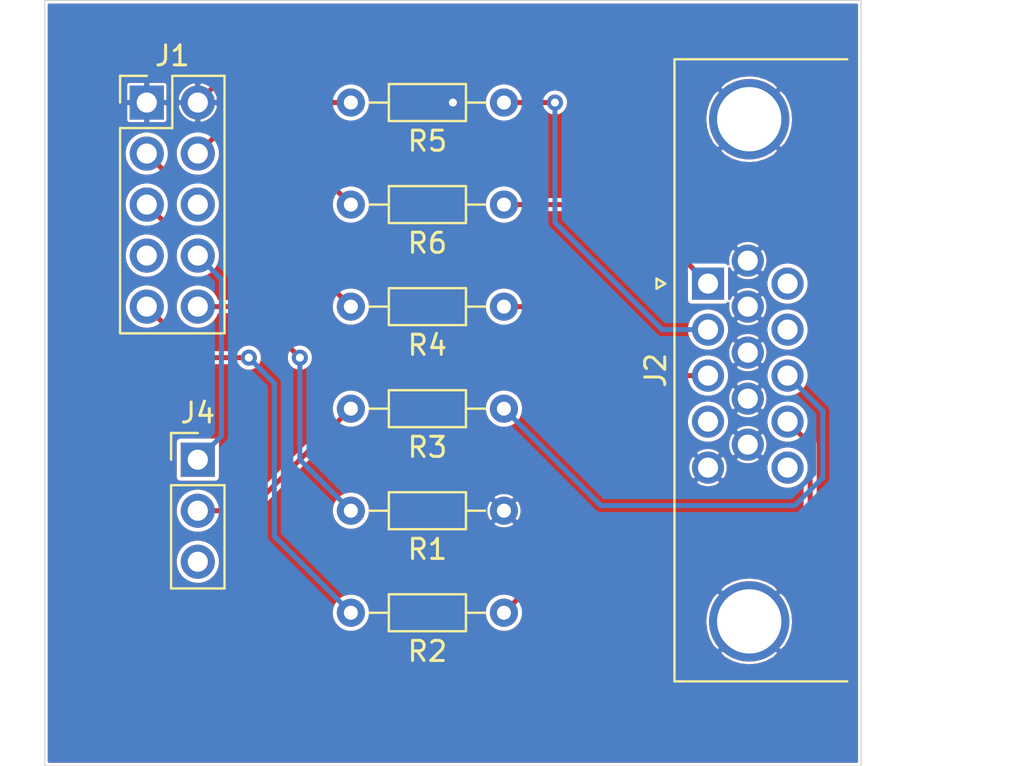
<source format=kicad_pcb>
(kicad_pcb (version 20171130) (host pcbnew 5.1.10-88a1d61d58~90~ubuntu20.04.1)

  (general
    (thickness 1.6)
    (drawings 4)
    (tracks 50)
    (zones 0)
    (modules 9)
    (nets 21)
  )

  (page A4)
  (layers
    (0 F.Cu signal)
    (31 B.Cu signal)
    (32 B.Adhes user)
    (33 F.Adhes user)
    (34 B.Paste user)
    (35 F.Paste user)
    (36 B.SilkS user)
    (37 F.SilkS user)
    (38 B.Mask user)
    (39 F.Mask user)
    (40 Dwgs.User user)
    (41 Cmts.User user)
    (42 Eco1.User user)
    (43 Eco2.User user)
    (44 Edge.Cuts user)
    (45 Margin user)
    (46 B.CrtYd user)
    (47 F.CrtYd user)
    (48 B.Fab user)
    (49 F.Fab user)
  )

  (setup
    (last_trace_width 0.25)
    (user_trace_width 0.5)
    (user_trace_width 1)
    (user_trace_width 2.54)
    (trace_clearance 0.2)
    (zone_clearance 0.127)
    (zone_45_only no)
    (trace_min 0.2)
    (via_size 0.8)
    (via_drill 0.4)
    (via_min_size 0.4)
    (via_min_drill 0.3)
    (uvia_size 0.3)
    (uvia_drill 0.1)
    (uvias_allowed no)
    (uvia_min_size 0.2)
    (uvia_min_drill 0.1)
    (edge_width 0.05)
    (segment_width 0.2)
    (pcb_text_width 0.3)
    (pcb_text_size 1.5 1.5)
    (mod_edge_width 0.12)
    (mod_text_size 1 1)
    (mod_text_width 0.15)
    (pad_size 1.524 1.524)
    (pad_drill 0.762)
    (pad_to_mask_clearance 0)
    (aux_axis_origin 0 0)
    (visible_elements FFFFFF7F)
    (pcbplotparams
      (layerselection 0x010fc_ffffffff)
      (usegerberextensions false)
      (usegerberattributes true)
      (usegerberadvancedattributes true)
      (creategerberjobfile true)
      (excludeedgelayer true)
      (linewidth 0.100000)
      (plotframeref false)
      (viasonmask false)
      (mode 1)
      (useauxorigin false)
      (hpglpennumber 1)
      (hpglpenspeed 20)
      (hpglpendiameter 15.000000)
      (psnegative false)
      (psa4output false)
      (plotreference true)
      (plotvalue true)
      (plotinvisibletext false)
      (padsonsilk false)
      (subtractmaskfromsilk false)
      (outputformat 1)
      (mirror false)
      (drillshape 1)
      (scaleselection 1)
      (outputdirectory ""))
  )

  (net 0 "")
  (net 1 /VSYNC)
  (net 2 "Net-(J2-Pad14)")
  (net 3 /HSYNC)
  (net 4 "Net-(J2-Pad13)")
  (net 5 /BLUE)
  (net 6 "Net-(J2-Pad3)")
  (net 7 /GREEN)
  (net 8 "Net-(J2-Pad2)")
  (net 9 /RED)
  (net 10 "Net-(J2-Pad1)")
  (net 11 /RGB_SEL)
  (net 12 SOUND)
  (net 13 "Net-(J1-Pad6)")
  (net 14 GND)
  (net 15 "Net-(J2-Pad15)")
  (net 16 "Net-(J2-Pad12)")
  (net 17 "Net-(J2-Pad11)")
  (net 18 "Net-(J2-Pad4)")
  (net 19 "Net-(J1-Pad8)")
  (net 20 "Net-(J3-Pad1)")

  (net_class Default "This is the default net class."
    (clearance 0.2)
    (trace_width 0.25)
    (via_dia 0.8)
    (via_drill 0.4)
    (uvia_dia 0.3)
    (uvia_drill 0.1)
    (add_net /BLUE)
    (add_net /GREEN)
    (add_net /HSYNC)
    (add_net /RED)
    (add_net /RGB_SEL)
    (add_net /VSYNC)
    (add_net GND)
    (add_net "Net-(J1-Pad6)")
    (add_net "Net-(J1-Pad8)")
    (add_net "Net-(J2-Pad1)")
    (add_net "Net-(J2-Pad11)")
    (add_net "Net-(J2-Pad12)")
    (add_net "Net-(J2-Pad13)")
    (add_net "Net-(J2-Pad14)")
    (add_net "Net-(J2-Pad15)")
    (add_net "Net-(J2-Pad2)")
    (add_net "Net-(J2-Pad3)")
    (add_net "Net-(J2-Pad4)")
    (add_net "Net-(J3-Pad1)")
    (add_net SOUND)
  )

  (module Connector_PinHeader_2.54mm:PinHeader_1x03_P2.54mm_Vertical (layer F.Cu) (tedit 59FED5CC) (tstamp 61500BEF)
    (at 132.08 60.96)
    (descr "Through hole straight pin header, 1x03, 2.54mm pitch, single row")
    (tags "Through hole pin header THT 1x03 2.54mm single row")
    (path /615F244A)
    (fp_text reference J4 (at 0 -2.33) (layer F.SilkS)
      (effects (font (size 1 1) (thickness 0.15)))
    )
    (fp_text value Conn_01x03 (at 0 7.41) (layer F.Fab)
      (effects (font (size 1 1) (thickness 0.15)))
    )
    (fp_line (start -0.635 -1.27) (end 1.27 -1.27) (layer F.Fab) (width 0.1))
    (fp_line (start 1.27 -1.27) (end 1.27 6.35) (layer F.Fab) (width 0.1))
    (fp_line (start 1.27 6.35) (end -1.27 6.35) (layer F.Fab) (width 0.1))
    (fp_line (start -1.27 6.35) (end -1.27 -0.635) (layer F.Fab) (width 0.1))
    (fp_line (start -1.27 -0.635) (end -0.635 -1.27) (layer F.Fab) (width 0.1))
    (fp_line (start -1.33 6.41) (end 1.33 6.41) (layer F.SilkS) (width 0.12))
    (fp_line (start -1.33 1.27) (end -1.33 6.41) (layer F.SilkS) (width 0.12))
    (fp_line (start 1.33 1.27) (end 1.33 6.41) (layer F.SilkS) (width 0.12))
    (fp_line (start -1.33 1.27) (end 1.33 1.27) (layer F.SilkS) (width 0.12))
    (fp_line (start -1.33 0) (end -1.33 -1.33) (layer F.SilkS) (width 0.12))
    (fp_line (start -1.33 -1.33) (end 0 -1.33) (layer F.SilkS) (width 0.12))
    (fp_line (start -1.8 -1.8) (end -1.8 6.85) (layer F.CrtYd) (width 0.05))
    (fp_line (start -1.8 6.85) (end 1.8 6.85) (layer F.CrtYd) (width 0.05))
    (fp_line (start 1.8 6.85) (end 1.8 -1.8) (layer F.CrtYd) (width 0.05))
    (fp_line (start 1.8 -1.8) (end -1.8 -1.8) (layer F.CrtYd) (width 0.05))
    (fp_text user %R (at 0 2.54 90) (layer F.Fab)
      (effects (font (size 1 1) (thickness 0.15)))
    )
    (pad 3 thru_hole oval (at 0 5.08) (size 1.7 1.7) (drill 1) (layers *.Cu *.Mask)
      (net 20 "Net-(J3-Pad1)"))
    (pad 2 thru_hole oval (at 0 2.54) (size 1.7 1.7) (drill 1) (layers *.Cu *.Mask)
      (net 3 /HSYNC))
    (pad 1 thru_hole rect (at 0 0) (size 1.7 1.7) (drill 1) (layers *.Cu *.Mask)
      (net 19 "Net-(J1-Pad8)"))
    (model ${KISYS3DMOD}/Connector_PinHeader_2.54mm.3dshapes/PinHeader_1x03_P2.54mm_Vertical.wrl
      (at (xyz 0 0 0))
      (scale (xyz 1 1 1))
      (rotate (xyz 0 0 0))
    )
  )

  (module Resistor_THT:R_Axial_DIN0204_L3.6mm_D1.6mm_P7.62mm_Horizontal (layer F.Cu) (tedit 5AE5139B) (tstamp 614FE465)
    (at 147.32 48.26 180)
    (descr "Resistor, Axial_DIN0204 series, Axial, Horizontal, pin pitch=7.62mm, 0.167W, length*diameter=3.6*1.6mm^2, http://cdn-reichelt.de/documents/datenblatt/B400/1_4W%23YAG.pdf")
    (tags "Resistor Axial_DIN0204 series Axial Horizontal pin pitch 7.62mm 0.167W length 3.6mm diameter 1.6mm")
    (path /61554598)
    (fp_text reference R6 (at 3.81 -1.92) (layer F.SilkS)
      (effects (font (size 1 1) (thickness 0.15)))
    )
    (fp_text value 75 (at 3.81 1.92) (layer F.Fab)
      (effects (font (size 1 1) (thickness 0.15)))
    )
    (fp_line (start 2.01 -0.8) (end 2.01 0.8) (layer F.Fab) (width 0.1))
    (fp_line (start 2.01 0.8) (end 5.61 0.8) (layer F.Fab) (width 0.1))
    (fp_line (start 5.61 0.8) (end 5.61 -0.8) (layer F.Fab) (width 0.1))
    (fp_line (start 5.61 -0.8) (end 2.01 -0.8) (layer F.Fab) (width 0.1))
    (fp_line (start 0 0) (end 2.01 0) (layer F.Fab) (width 0.1))
    (fp_line (start 7.62 0) (end 5.61 0) (layer F.Fab) (width 0.1))
    (fp_line (start 1.89 -0.92) (end 1.89 0.92) (layer F.SilkS) (width 0.12))
    (fp_line (start 1.89 0.92) (end 5.73 0.92) (layer F.SilkS) (width 0.12))
    (fp_line (start 5.73 0.92) (end 5.73 -0.92) (layer F.SilkS) (width 0.12))
    (fp_line (start 5.73 -0.92) (end 1.89 -0.92) (layer F.SilkS) (width 0.12))
    (fp_line (start 0.94 0) (end 1.89 0) (layer F.SilkS) (width 0.12))
    (fp_line (start 6.68 0) (end 5.73 0) (layer F.SilkS) (width 0.12))
    (fp_line (start -0.95 -1.05) (end -0.95 1.05) (layer F.CrtYd) (width 0.05))
    (fp_line (start -0.95 1.05) (end 8.57 1.05) (layer F.CrtYd) (width 0.05))
    (fp_line (start 8.57 1.05) (end 8.57 -1.05) (layer F.CrtYd) (width 0.05))
    (fp_line (start 8.57 -1.05) (end -0.95 -1.05) (layer F.CrtYd) (width 0.05))
    (fp_text user %R (at 3.81 0) (layer F.Fab)
      (effects (font (size 0.72 0.72) (thickness 0.108)))
    )
    (pad 2 thru_hole oval (at 7.62 0 180) (size 1.4 1.4) (drill 0.7) (layers *.Cu *.Mask)
      (net 9 /RED))
    (pad 1 thru_hole circle (at 0 0 180) (size 1.4 1.4) (drill 0.7) (layers *.Cu *.Mask)
      (net 10 "Net-(J2-Pad1)"))
    (model ${KISYS3DMOD}/Resistor_THT.3dshapes/R_Axial_DIN0204_L3.6mm_D1.6mm_P7.62mm_Horizontal.wrl
      (at (xyz 0 0 0))
      (scale (xyz 1 1 1))
      (rotate (xyz 0 0 0))
    )
  )

  (module Resistor_THT:R_Axial_DIN0204_L3.6mm_D1.6mm_P7.62mm_Horizontal (layer F.Cu) (tedit 5AE5139B) (tstamp 614FE7EC)
    (at 147.32 43.18 180)
    (descr "Resistor, Axial_DIN0204 series, Axial, Horizontal, pin pitch=7.62mm, 0.167W, length*diameter=3.6*1.6mm^2, http://cdn-reichelt.de/documents/datenblatt/B400/1_4W%23YAG.pdf")
    (tags "Resistor Axial_DIN0204 series Axial Horizontal pin pitch 7.62mm 0.167W length 3.6mm diameter 1.6mm")
    (path /61554DB5)
    (fp_text reference R5 (at 3.81 -1.92) (layer F.SilkS)
      (effects (font (size 1 1) (thickness 0.15)))
    )
    (fp_text value 75 (at 3.81 1.92) (layer F.Fab)
      (effects (font (size 1 1) (thickness 0.15)))
    )
    (fp_line (start 2.01 -0.8) (end 2.01 0.8) (layer F.Fab) (width 0.1))
    (fp_line (start 2.01 0.8) (end 5.61 0.8) (layer F.Fab) (width 0.1))
    (fp_line (start 5.61 0.8) (end 5.61 -0.8) (layer F.Fab) (width 0.1))
    (fp_line (start 5.61 -0.8) (end 2.01 -0.8) (layer F.Fab) (width 0.1))
    (fp_line (start 0 0) (end 2.01 0) (layer F.Fab) (width 0.1))
    (fp_line (start 7.62 0) (end 5.61 0) (layer F.Fab) (width 0.1))
    (fp_line (start 1.89 -0.92) (end 1.89 0.92) (layer F.SilkS) (width 0.12))
    (fp_line (start 1.89 0.92) (end 5.73 0.92) (layer F.SilkS) (width 0.12))
    (fp_line (start 5.73 0.92) (end 5.73 -0.92) (layer F.SilkS) (width 0.12))
    (fp_line (start 5.73 -0.92) (end 1.89 -0.92) (layer F.SilkS) (width 0.12))
    (fp_line (start 0.94 0) (end 1.89 0) (layer F.SilkS) (width 0.12))
    (fp_line (start 6.68 0) (end 5.73 0) (layer F.SilkS) (width 0.12))
    (fp_line (start -0.95 -1.05) (end -0.95 1.05) (layer F.CrtYd) (width 0.05))
    (fp_line (start -0.95 1.05) (end 8.57 1.05) (layer F.CrtYd) (width 0.05))
    (fp_line (start 8.57 1.05) (end 8.57 -1.05) (layer F.CrtYd) (width 0.05))
    (fp_line (start 8.57 -1.05) (end -0.95 -1.05) (layer F.CrtYd) (width 0.05))
    (fp_text user %R (at 3.81 0) (layer F.Fab)
      (effects (font (size 0.72 0.72) (thickness 0.108)))
    )
    (pad 2 thru_hole oval (at 7.62 0 180) (size 1.4 1.4) (drill 0.7) (layers *.Cu *.Mask)
      (net 7 /GREEN))
    (pad 1 thru_hole circle (at 0 0 180) (size 1.4 1.4) (drill 0.7) (layers *.Cu *.Mask)
      (net 8 "Net-(J2-Pad2)"))
    (model ${KISYS3DMOD}/Resistor_THT.3dshapes/R_Axial_DIN0204_L3.6mm_D1.6mm_P7.62mm_Horizontal.wrl
      (at (xyz 0 0 0))
      (scale (xyz 1 1 1))
      (rotate (xyz 0 0 0))
    )
  )

  (module Resistor_THT:R_Axial_DIN0204_L3.6mm_D1.6mm_P7.62mm_Horizontal (layer F.Cu) (tedit 5AE5139B) (tstamp 614FE437)
    (at 147.32 53.34 180)
    (descr "Resistor, Axial_DIN0204 series, Axial, Horizontal, pin pitch=7.62mm, 0.167W, length*diameter=3.6*1.6mm^2, http://cdn-reichelt.de/documents/datenblatt/B400/1_4W%23YAG.pdf")
    (tags "Resistor Axial_DIN0204 series Axial Horizontal pin pitch 7.62mm 0.167W length 3.6mm diameter 1.6mm")
    (path /61554F29)
    (fp_text reference R4 (at 3.81 -1.92) (layer F.SilkS)
      (effects (font (size 1 1) (thickness 0.15)))
    )
    (fp_text value 75 (at 3.81 1.92) (layer F.Fab)
      (effects (font (size 1 1) (thickness 0.15)))
    )
    (fp_line (start 2.01 -0.8) (end 2.01 0.8) (layer F.Fab) (width 0.1))
    (fp_line (start 2.01 0.8) (end 5.61 0.8) (layer F.Fab) (width 0.1))
    (fp_line (start 5.61 0.8) (end 5.61 -0.8) (layer F.Fab) (width 0.1))
    (fp_line (start 5.61 -0.8) (end 2.01 -0.8) (layer F.Fab) (width 0.1))
    (fp_line (start 0 0) (end 2.01 0) (layer F.Fab) (width 0.1))
    (fp_line (start 7.62 0) (end 5.61 0) (layer F.Fab) (width 0.1))
    (fp_line (start 1.89 -0.92) (end 1.89 0.92) (layer F.SilkS) (width 0.12))
    (fp_line (start 1.89 0.92) (end 5.73 0.92) (layer F.SilkS) (width 0.12))
    (fp_line (start 5.73 0.92) (end 5.73 -0.92) (layer F.SilkS) (width 0.12))
    (fp_line (start 5.73 -0.92) (end 1.89 -0.92) (layer F.SilkS) (width 0.12))
    (fp_line (start 0.94 0) (end 1.89 0) (layer F.SilkS) (width 0.12))
    (fp_line (start 6.68 0) (end 5.73 0) (layer F.SilkS) (width 0.12))
    (fp_line (start -0.95 -1.05) (end -0.95 1.05) (layer F.CrtYd) (width 0.05))
    (fp_line (start -0.95 1.05) (end 8.57 1.05) (layer F.CrtYd) (width 0.05))
    (fp_line (start 8.57 1.05) (end 8.57 -1.05) (layer F.CrtYd) (width 0.05))
    (fp_line (start 8.57 -1.05) (end -0.95 -1.05) (layer F.CrtYd) (width 0.05))
    (fp_text user %R (at 3.81 0) (layer F.Fab)
      (effects (font (size 0.72 0.72) (thickness 0.108)))
    )
    (pad 2 thru_hole oval (at 7.62 0 180) (size 1.4 1.4) (drill 0.7) (layers *.Cu *.Mask)
      (net 5 /BLUE))
    (pad 1 thru_hole circle (at 0 0 180) (size 1.4 1.4) (drill 0.7) (layers *.Cu *.Mask)
      (net 6 "Net-(J2-Pad3)"))
    (model ${KISYS3DMOD}/Resistor_THT.3dshapes/R_Axial_DIN0204_L3.6mm_D1.6mm_P7.62mm_Horizontal.wrl
      (at (xyz 0 0 0))
      (scale (xyz 1 1 1))
      (rotate (xyz 0 0 0))
    )
  )

  (module Resistor_THT:R_Axial_DIN0204_L3.6mm_D1.6mm_P7.62mm_Horizontal (layer F.Cu) (tedit 5AE5139B) (tstamp 614FE8E0)
    (at 147.32 58.42 180)
    (descr "Resistor, Axial_DIN0204 series, Axial, Horizontal, pin pitch=7.62mm, 0.167W, length*diameter=3.6*1.6mm^2, http://cdn-reichelt.de/documents/datenblatt/B400/1_4W%23YAG.pdf")
    (tags "Resistor Axial_DIN0204 series Axial Horizontal pin pitch 7.62mm 0.167W length 3.6mm diameter 1.6mm")
    (path /61563E92)
    (fp_text reference R3 (at 3.81 -1.92) (layer F.SilkS)
      (effects (font (size 1 1) (thickness 0.15)))
    )
    (fp_text value 75 (at 3.81 1.92) (layer F.Fab)
      (effects (font (size 1 1) (thickness 0.15)))
    )
    (fp_line (start 2.01 -0.8) (end 2.01 0.8) (layer F.Fab) (width 0.1))
    (fp_line (start 2.01 0.8) (end 5.61 0.8) (layer F.Fab) (width 0.1))
    (fp_line (start 5.61 0.8) (end 5.61 -0.8) (layer F.Fab) (width 0.1))
    (fp_line (start 5.61 -0.8) (end 2.01 -0.8) (layer F.Fab) (width 0.1))
    (fp_line (start 0 0) (end 2.01 0) (layer F.Fab) (width 0.1))
    (fp_line (start 7.62 0) (end 5.61 0) (layer F.Fab) (width 0.1))
    (fp_line (start 1.89 -0.92) (end 1.89 0.92) (layer F.SilkS) (width 0.12))
    (fp_line (start 1.89 0.92) (end 5.73 0.92) (layer F.SilkS) (width 0.12))
    (fp_line (start 5.73 0.92) (end 5.73 -0.92) (layer F.SilkS) (width 0.12))
    (fp_line (start 5.73 -0.92) (end 1.89 -0.92) (layer F.SilkS) (width 0.12))
    (fp_line (start 0.94 0) (end 1.89 0) (layer F.SilkS) (width 0.12))
    (fp_line (start 6.68 0) (end 5.73 0) (layer F.SilkS) (width 0.12))
    (fp_line (start -0.95 -1.05) (end -0.95 1.05) (layer F.CrtYd) (width 0.05))
    (fp_line (start -0.95 1.05) (end 8.57 1.05) (layer F.CrtYd) (width 0.05))
    (fp_line (start 8.57 1.05) (end 8.57 -1.05) (layer F.CrtYd) (width 0.05))
    (fp_line (start 8.57 -1.05) (end -0.95 -1.05) (layer F.CrtYd) (width 0.05))
    (fp_text user %R (at 3.81 0) (layer F.Fab)
      (effects (font (size 0.72 0.72) (thickness 0.108)))
    )
    (pad 2 thru_hole oval (at 7.62 0 180) (size 1.4 1.4) (drill 0.7) (layers *.Cu *.Mask)
      (net 3 /HSYNC))
    (pad 1 thru_hole circle (at 0 0 180) (size 1.4 1.4) (drill 0.7) (layers *.Cu *.Mask)
      (net 4 "Net-(J2-Pad13)"))
    (model ${KISYS3DMOD}/Resistor_THT.3dshapes/R_Axial_DIN0204_L3.6mm_D1.6mm_P7.62mm_Horizontal.wrl
      (at (xyz 0 0 0))
      (scale (xyz 1 1 1))
      (rotate (xyz 0 0 0))
    )
  )

  (module Resistor_THT:R_Axial_DIN0204_L3.6mm_D1.6mm_P7.62mm_Horizontal (layer F.Cu) (tedit 5AE5139B) (tstamp 615048D9)
    (at 147.32 68.58 180)
    (descr "Resistor, Axial_DIN0204 series, Axial, Horizontal, pin pitch=7.62mm, 0.167W, length*diameter=3.6*1.6mm^2, http://cdn-reichelt.de/documents/datenblatt/B400/1_4W%23YAG.pdf")
    (tags "Resistor Axial_DIN0204 series Axial Horizontal pin pitch 7.62mm 0.167W length 3.6mm diameter 1.6mm")
    (path /61563B03)
    (fp_text reference R2 (at 3.81 -1.92) (layer F.SilkS)
      (effects (font (size 1 1) (thickness 0.15)))
    )
    (fp_text value 75 (at 3.81 1.92) (layer F.Fab)
      (effects (font (size 1 1) (thickness 0.15)))
    )
    (fp_line (start 2.01 -0.8) (end 2.01 0.8) (layer F.Fab) (width 0.1))
    (fp_line (start 2.01 0.8) (end 5.61 0.8) (layer F.Fab) (width 0.1))
    (fp_line (start 5.61 0.8) (end 5.61 -0.8) (layer F.Fab) (width 0.1))
    (fp_line (start 5.61 -0.8) (end 2.01 -0.8) (layer F.Fab) (width 0.1))
    (fp_line (start 0 0) (end 2.01 0) (layer F.Fab) (width 0.1))
    (fp_line (start 7.62 0) (end 5.61 0) (layer F.Fab) (width 0.1))
    (fp_line (start 1.89 -0.92) (end 1.89 0.92) (layer F.SilkS) (width 0.12))
    (fp_line (start 1.89 0.92) (end 5.73 0.92) (layer F.SilkS) (width 0.12))
    (fp_line (start 5.73 0.92) (end 5.73 -0.92) (layer F.SilkS) (width 0.12))
    (fp_line (start 5.73 -0.92) (end 1.89 -0.92) (layer F.SilkS) (width 0.12))
    (fp_line (start 0.94 0) (end 1.89 0) (layer F.SilkS) (width 0.12))
    (fp_line (start 6.68 0) (end 5.73 0) (layer F.SilkS) (width 0.12))
    (fp_line (start -0.95 -1.05) (end -0.95 1.05) (layer F.CrtYd) (width 0.05))
    (fp_line (start -0.95 1.05) (end 8.57 1.05) (layer F.CrtYd) (width 0.05))
    (fp_line (start 8.57 1.05) (end 8.57 -1.05) (layer F.CrtYd) (width 0.05))
    (fp_line (start 8.57 -1.05) (end -0.95 -1.05) (layer F.CrtYd) (width 0.05))
    (fp_text user %R (at 3.81 0) (layer F.Fab)
      (effects (font (size 0.72 0.72) (thickness 0.108)))
    )
    (pad 2 thru_hole oval (at 7.62 0 180) (size 1.4 1.4) (drill 0.7) (layers *.Cu *.Mask)
      (net 1 /VSYNC))
    (pad 1 thru_hole circle (at 0 0 180) (size 1.4 1.4) (drill 0.7) (layers *.Cu *.Mask)
      (net 2 "Net-(J2-Pad14)"))
    (model ${KISYS3DMOD}/Resistor_THT.3dshapes/R_Axial_DIN0204_L3.6mm_D1.6mm_P7.62mm_Horizontal.wrl
      (at (xyz 0 0 0))
      (scale (xyz 1 1 1))
      (rotate (xyz 0 0 0))
    )
  )

  (module Resistor_THT:R_Axial_DIN0204_L3.6mm_D1.6mm_P7.62mm_Horizontal (layer F.Cu) (tedit 5AE5139B) (tstamp 614FE3F2)
    (at 147.32 63.5 180)
    (descr "Resistor, Axial_DIN0204 series, Axial, Horizontal, pin pitch=7.62mm, 0.167W, length*diameter=3.6*1.6mm^2, http://cdn-reichelt.de/documents/datenblatt/B400/1_4W%23YAG.pdf")
    (tags "Resistor Axial_DIN0204 series Axial Horizontal pin pitch 7.62mm 0.167W length 3.6mm diameter 1.6mm")
    (path /615B3D58)
    (fp_text reference R1 (at 3.81 -1.92) (layer F.SilkS)
      (effects (font (size 1 1) (thickness 0.15)))
    )
    (fp_text value 0 (at 3.81 1.92) (layer F.Fab)
      (effects (font (size 1 1) (thickness 0.15)))
    )
    (fp_line (start 2.01 -0.8) (end 2.01 0.8) (layer F.Fab) (width 0.1))
    (fp_line (start 2.01 0.8) (end 5.61 0.8) (layer F.Fab) (width 0.1))
    (fp_line (start 5.61 0.8) (end 5.61 -0.8) (layer F.Fab) (width 0.1))
    (fp_line (start 5.61 -0.8) (end 2.01 -0.8) (layer F.Fab) (width 0.1))
    (fp_line (start 0 0) (end 2.01 0) (layer F.Fab) (width 0.1))
    (fp_line (start 7.62 0) (end 5.61 0) (layer F.Fab) (width 0.1))
    (fp_line (start 1.89 -0.92) (end 1.89 0.92) (layer F.SilkS) (width 0.12))
    (fp_line (start 1.89 0.92) (end 5.73 0.92) (layer F.SilkS) (width 0.12))
    (fp_line (start 5.73 0.92) (end 5.73 -0.92) (layer F.SilkS) (width 0.12))
    (fp_line (start 5.73 -0.92) (end 1.89 -0.92) (layer F.SilkS) (width 0.12))
    (fp_line (start 0.94 0) (end 1.89 0) (layer F.SilkS) (width 0.12))
    (fp_line (start 6.68 0) (end 5.73 0) (layer F.SilkS) (width 0.12))
    (fp_line (start -0.95 -1.05) (end -0.95 1.05) (layer F.CrtYd) (width 0.05))
    (fp_line (start -0.95 1.05) (end 8.57 1.05) (layer F.CrtYd) (width 0.05))
    (fp_line (start 8.57 1.05) (end 8.57 -1.05) (layer F.CrtYd) (width 0.05))
    (fp_line (start 8.57 -1.05) (end -0.95 -1.05) (layer F.CrtYd) (width 0.05))
    (fp_text user %R (at 3.81 0) (layer F.Fab)
      (effects (font (size 0.72 0.72) (thickness 0.108)))
    )
    (pad 2 thru_hole oval (at 7.62 0 180) (size 1.4 1.4) (drill 0.7) (layers *.Cu *.Mask)
      (net 11 /RGB_SEL))
    (pad 1 thru_hole circle (at 0 0 180) (size 1.4 1.4) (drill 0.7) (layers *.Cu *.Mask)
      (net 14 GND))
    (model ${KISYS3DMOD}/Resistor_THT.3dshapes/R_Axial_DIN0204_L3.6mm_D1.6mm_P7.62mm_Horizontal.wrl
      (at (xyz 0 0 0))
      (scale (xyz 1 1 1))
      (rotate (xyz 0 0 0))
    )
  )

  (module Connector_Dsub:DSUB-15-HD_Female_Horizontal_P2.29x1.98mm_EdgePinOffset3.03mm_Housed_MountingHolesOffset4.94mm (layer F.Cu) (tedit 59FEDEE2) (tstamp 614FE3DB)
    (at 157.48 52.195 90)
    (descr "15-pin D-Sub connector, horizontal/angled (90 deg), THT-mount, female, pitch 2.29x1.98mm, pin-PCB-offset 3.0300000000000002mm, distance of mounting holes 25mm, distance of mounting holes to PCB edge 4.9399999999999995mm, see https://disti-assets.s3.amazonaws.com/tonar/files/datasheets/16730.pdf")
    (tags "15-pin D-Sub connector horizontal angled 90deg THT female pitch 2.29x1.98mm pin-PCB-offset 3.0300000000000002mm mounting-holes-distance 25mm mounting-hole-offset 25mm")
    (path /61552310)
    (fp_text reference J2 (at -4.315 -2.61 90) (layer F.SilkS)
      (effects (font (size 1 1) (thickness 0.15)))
    )
    (fp_text value VGA (at -4.315 14.89 90) (layer F.Fab)
      (effects (font (size 1 1) (thickness 0.15)))
    )
    (fp_line (start -19.74 -1.61) (end -19.74 6.99) (layer F.Fab) (width 0.1))
    (fp_line (start -19.74 6.99) (end 11.11 6.99) (layer F.Fab) (width 0.1))
    (fp_line (start 11.11 6.99) (end 11.11 -1.61) (layer F.Fab) (width 0.1))
    (fp_line (start 11.11 -1.61) (end -19.74 -1.61) (layer F.Fab) (width 0.1))
    (fp_line (start -19.74 6.99) (end -19.74 7.39) (layer F.Fab) (width 0.1))
    (fp_line (start -19.74 7.39) (end 11.11 7.39) (layer F.Fab) (width 0.1))
    (fp_line (start 11.11 7.39) (end 11.11 6.99) (layer F.Fab) (width 0.1))
    (fp_line (start 11.11 6.99) (end -19.74 6.99) (layer F.Fab) (width 0.1))
    (fp_line (start -12.465 7.39) (end -12.465 13.39) (layer F.Fab) (width 0.1))
    (fp_line (start -12.465 13.39) (end 3.835 13.39) (layer F.Fab) (width 0.1))
    (fp_line (start 3.835 13.39) (end 3.835 7.39) (layer F.Fab) (width 0.1))
    (fp_line (start 3.835 7.39) (end -12.465 7.39) (layer F.Fab) (width 0.1))
    (fp_line (start -19.315 7.39) (end -19.315 12.39) (layer F.Fab) (width 0.1))
    (fp_line (start -19.315 12.39) (end -14.315 12.39) (layer F.Fab) (width 0.1))
    (fp_line (start -14.315 12.39) (end -14.315 7.39) (layer F.Fab) (width 0.1))
    (fp_line (start -14.315 7.39) (end -19.315 7.39) (layer F.Fab) (width 0.1))
    (fp_line (start 5.685 7.39) (end 5.685 12.39) (layer F.Fab) (width 0.1))
    (fp_line (start 5.685 12.39) (end 10.685 12.39) (layer F.Fab) (width 0.1))
    (fp_line (start 10.685 12.39) (end 10.685 7.39) (layer F.Fab) (width 0.1))
    (fp_line (start 10.685 7.39) (end 5.685 7.39) (layer F.Fab) (width 0.1))
    (fp_line (start -18.415 6.99) (end -18.415 2.05) (layer F.Fab) (width 0.1))
    (fp_line (start -15.215 6.99) (end -15.215 2.05) (layer F.Fab) (width 0.1))
    (fp_line (start 6.585 6.99) (end 6.585 2.05) (layer F.Fab) (width 0.1))
    (fp_line (start 9.785 6.99) (end 9.785 2.05) (layer F.Fab) (width 0.1))
    (fp_line (start -19.8 6.93) (end -19.8 -1.67) (layer F.SilkS) (width 0.12))
    (fp_line (start -19.8 -1.67) (end 11.17 -1.67) (layer F.SilkS) (width 0.12))
    (fp_line (start 11.17 -1.67) (end 11.17 6.93) (layer F.SilkS) (width 0.12))
    (fp_line (start -0.25 -2.564338) (end 0.25 -2.564338) (layer F.SilkS) (width 0.12))
    (fp_line (start 0.25 -2.564338) (end 0 -2.131325) (layer F.SilkS) (width 0.12))
    (fp_line (start 0 -2.131325) (end -0.25 -2.564338) (layer F.SilkS) (width 0.12))
    (fp_line (start -20.25 -2.15) (end -20.25 13.9) (layer F.CrtYd) (width 0.05))
    (fp_line (start -20.25 13.9) (end 11.65 13.9) (layer F.CrtYd) (width 0.05))
    (fp_line (start 11.65 13.9) (end 11.65 -2.15) (layer F.CrtYd) (width 0.05))
    (fp_line (start 11.65 -2.15) (end -20.25 -2.15) (layer F.CrtYd) (width 0.05))
    (fp_text user %R (at -4.315 10.39 90) (layer F.Fab)
      (effects (font (size 1 1) (thickness 0.15)))
    )
    (fp_arc (start 8.185 2.05) (end 6.585 2.05) (angle 180) (layer F.Fab) (width 0.1))
    (fp_arc (start -16.815 2.05) (end -18.415 2.05) (angle 180) (layer F.Fab) (width 0.1))
    (pad 0 thru_hole circle (at 8.185 2.05 90) (size 4 4) (drill 3.2) (layers *.Cu *.Mask)
      (net 14 GND))
    (pad 0 thru_hole circle (at -16.815 2.05 90) (size 4 4) (drill 3.2) (layers *.Cu *.Mask)
      (net 14 GND))
    (pad 15 thru_hole circle (at -9.16 3.96 90) (size 1.6 1.6) (drill 1) (layers *.Cu *.Mask)
      (net 15 "Net-(J2-Pad15)"))
    (pad 14 thru_hole circle (at -6.87 3.96 90) (size 1.6 1.6) (drill 1) (layers *.Cu *.Mask)
      (net 2 "Net-(J2-Pad14)"))
    (pad 13 thru_hole circle (at -4.58 3.96 90) (size 1.6 1.6) (drill 1) (layers *.Cu *.Mask)
      (net 4 "Net-(J2-Pad13)"))
    (pad 12 thru_hole circle (at -2.29 3.96 90) (size 1.6 1.6) (drill 1) (layers *.Cu *.Mask)
      (net 16 "Net-(J2-Pad12)"))
    (pad 11 thru_hole circle (at 0 3.96 90) (size 1.6 1.6) (drill 1) (layers *.Cu *.Mask)
      (net 17 "Net-(J2-Pad11)"))
    (pad 10 thru_hole circle (at -8.015 1.98 90) (size 1.6 1.6) (drill 1) (layers *.Cu *.Mask)
      (net 14 GND))
    (pad 9 thru_hole circle (at -5.725 1.98 90) (size 1.6 1.6) (drill 1) (layers *.Cu *.Mask)
      (net 14 GND))
    (pad 8 thru_hole circle (at -3.435 1.98 90) (size 1.6 1.6) (drill 1) (layers *.Cu *.Mask)
      (net 14 GND))
    (pad 7 thru_hole circle (at -1.145 1.98 90) (size 1.6 1.6) (drill 1) (layers *.Cu *.Mask)
      (net 14 GND))
    (pad 6 thru_hole circle (at 1.145 1.98 90) (size 1.6 1.6) (drill 1) (layers *.Cu *.Mask)
      (net 14 GND))
    (pad 5 thru_hole circle (at -9.16 0 90) (size 1.6 1.6) (drill 1) (layers *.Cu *.Mask)
      (net 14 GND))
    (pad 4 thru_hole circle (at -6.87 0 90) (size 1.6 1.6) (drill 1) (layers *.Cu *.Mask)
      (net 18 "Net-(J2-Pad4)"))
    (pad 3 thru_hole circle (at -4.58 0 90) (size 1.6 1.6) (drill 1) (layers *.Cu *.Mask)
      (net 6 "Net-(J2-Pad3)"))
    (pad 2 thru_hole circle (at -2.29 0 90) (size 1.6 1.6) (drill 1) (layers *.Cu *.Mask)
      (net 8 "Net-(J2-Pad2)"))
    (pad 1 thru_hole rect (at 0 0 90) (size 1.6 1.6) (drill 1) (layers *.Cu *.Mask)
      (net 10 "Net-(J2-Pad1)"))
    (model ${KISYS3DMOD}/Connector_Dsub.3dshapes/DSUB-15-HD_Female_Horizontal_P2.29x1.98mm_EdgePinOffset3.03mm_Housed_MountingHolesOffset4.94mm.wrl
      (at (xyz 0 0 0))
      (scale (xyz 1 1 1))
      (rotate (xyz 0 0 0))
    )
  )

  (module Connector_PinHeader_2.54mm:PinHeader_2x05_P2.54mm_Vertical (layer F.Cu) (tedit 59FED5CC) (tstamp 614FE3A1)
    (at 129.54 43.18)
    (descr "Through hole straight pin header, 2x05, 2.54mm pitch, double rows")
    (tags "Through hole pin header THT 2x05 2.54mm double row")
    (path /615518F9)
    (fp_text reference J1 (at 1.27 -2.33) (layer F.SilkS)
      (effects (font (size 1 1) (thickness 0.15)))
    )
    (fp_text value Conn_02x05_Odd_Even (at 1.27 12.49) (layer F.Fab)
      (effects (font (size 1 1) (thickness 0.15)))
    )
    (fp_line (start 0 -1.27) (end 3.81 -1.27) (layer F.Fab) (width 0.1))
    (fp_line (start 3.81 -1.27) (end 3.81 11.43) (layer F.Fab) (width 0.1))
    (fp_line (start 3.81 11.43) (end -1.27 11.43) (layer F.Fab) (width 0.1))
    (fp_line (start -1.27 11.43) (end -1.27 0) (layer F.Fab) (width 0.1))
    (fp_line (start -1.27 0) (end 0 -1.27) (layer F.Fab) (width 0.1))
    (fp_line (start -1.33 11.49) (end 3.87 11.49) (layer F.SilkS) (width 0.12))
    (fp_line (start -1.33 1.27) (end -1.33 11.49) (layer F.SilkS) (width 0.12))
    (fp_line (start 3.87 -1.33) (end 3.87 11.49) (layer F.SilkS) (width 0.12))
    (fp_line (start -1.33 1.27) (end 1.27 1.27) (layer F.SilkS) (width 0.12))
    (fp_line (start 1.27 1.27) (end 1.27 -1.33) (layer F.SilkS) (width 0.12))
    (fp_line (start 1.27 -1.33) (end 3.87 -1.33) (layer F.SilkS) (width 0.12))
    (fp_line (start -1.33 0) (end -1.33 -1.33) (layer F.SilkS) (width 0.12))
    (fp_line (start -1.33 -1.33) (end 0 -1.33) (layer F.SilkS) (width 0.12))
    (fp_line (start -1.8 -1.8) (end -1.8 11.95) (layer F.CrtYd) (width 0.05))
    (fp_line (start -1.8 11.95) (end 4.35 11.95) (layer F.CrtYd) (width 0.05))
    (fp_line (start 4.35 11.95) (end 4.35 -1.8) (layer F.CrtYd) (width 0.05))
    (fp_line (start 4.35 -1.8) (end -1.8 -1.8) (layer F.CrtYd) (width 0.05))
    (fp_text user %R (at 1.27 5.08 90) (layer F.Fab)
      (effects (font (size 1 1) (thickness 0.15)))
    )
    (pad 10 thru_hole oval (at 2.54 10.16) (size 1.7 1.7) (drill 1) (layers *.Cu *.Mask)
      (net 11 /RGB_SEL))
    (pad 9 thru_hole oval (at 0 10.16) (size 1.7 1.7) (drill 1) (layers *.Cu *.Mask)
      (net 1 /VSYNC))
    (pad 8 thru_hole oval (at 2.54 7.62) (size 1.7 1.7) (drill 1) (layers *.Cu *.Mask)
      (net 19 "Net-(J1-Pad8)"))
    (pad 7 thru_hole oval (at 0 7.62) (size 1.7 1.7) (drill 1) (layers *.Cu *.Mask)
      (net 12 SOUND))
    (pad 6 thru_hole oval (at 2.54 5.08) (size 1.7 1.7) (drill 1) (layers *.Cu *.Mask)
      (net 13 "Net-(J1-Pad6)"))
    (pad 5 thru_hole oval (at 0 5.08) (size 1.7 1.7) (drill 1) (layers *.Cu *.Mask)
      (net 5 /BLUE))
    (pad 4 thru_hole oval (at 2.54 2.54) (size 1.7 1.7) (drill 1) (layers *.Cu *.Mask)
      (net 7 /GREEN))
    (pad 3 thru_hole oval (at 0 2.54) (size 1.7 1.7) (drill 1) (layers *.Cu *.Mask)
      (net 9 /RED))
    (pad 2 thru_hole oval (at 2.54 0) (size 1.7 1.7) (drill 1) (layers *.Cu *.Mask)
      (net 14 GND))
    (pad 1 thru_hole rect (at 0 0) (size 1.7 1.7) (drill 1) (layers *.Cu *.Mask)
      (net 14 GND))
    (model ${KISYS3DMOD}/Connector_PinHeader_2.54mm.3dshapes/PinHeader_2x05_P2.54mm_Vertical.wrl
      (at (xyz 0 0 0))
      (scale (xyz 1 1 1))
      (rotate (xyz 0 0 0))
    )
  )

  (gr_line (start 165.1 38.1) (end 124.46 38.1) (layer Edge.Cuts) (width 0.05) (tstamp 614FEBAA))
  (gr_line (start 165.1 76.2) (end 165.1 38.1) (layer Edge.Cuts) (width 0.05))
  (gr_line (start 124.46 76.2) (end 165.1 76.2) (layer Edge.Cuts) (width 0.05))
  (gr_line (start 124.46 38.1) (end 124.46 76.2) (layer Edge.Cuts) (width 0.05))

  (via (at 134.62 55.88) (size 0.8) (drill 0.4) (layers F.Cu B.Cu) (net 1))
  (segment (start 129.54 53.34) (end 132.08 55.88) (width 0.25) (layer F.Cu) (net 1))
  (segment (start 132.08 55.88) (end 134.62 55.88) (width 0.25) (layer F.Cu) (net 1))
  (segment (start 135.89 57.15) (end 134.62 55.88) (width 0.25) (layer B.Cu) (net 1))
  (segment (start 135.89 64.77) (end 135.89 57.15) (width 0.25) (layer B.Cu) (net 1))
  (segment (start 139.7 68.58) (end 135.89 64.77) (width 0.25) (layer B.Cu) (net 1))
  (segment (start 162.565001 60.190001) (end 161.44 59.065) (width 0.25) (layer F.Cu) (net 2))
  (segment (start 162.565001 63.494999) (end 162.565001 60.190001) (width 0.25) (layer F.Cu) (net 2))
  (segment (start 161.29 64.77) (end 162.565001 63.494999) (width 0.25) (layer F.Cu) (net 2))
  (segment (start 151.13 64.77) (end 161.29 64.77) (width 0.25) (layer F.Cu) (net 2))
  (segment (start 147.32 68.58) (end 151.13 64.77) (width 0.25) (layer F.Cu) (net 2))
  (segment (start 134.62 63.5) (end 139.7 58.42) (width 0.25) (layer F.Cu) (net 3))
  (segment (start 132.08 63.5) (end 134.62 63.5) (width 0.25) (layer F.Cu) (net 3))
  (segment (start 163.195 58.53) (end 161.44 56.775) (width 0.25) (layer B.Cu) (net 4))
  (segment (start 163.195 61.849) (end 163.195 58.53) (width 0.25) (layer B.Cu) (net 4))
  (segment (start 161.798 63.246) (end 163.195 61.849) (width 0.25) (layer B.Cu) (net 4))
  (segment (start 152.146 63.246) (end 161.798 63.246) (width 0.25) (layer B.Cu) (net 4))
  (segment (start 147.32 58.42) (end 152.146 63.246) (width 0.25) (layer B.Cu) (net 4))
  (segment (start 135.795001 49.435001) (end 139.7 53.34) (width 0.25) (layer F.Cu) (net 5))
  (segment (start 130.715001 49.435001) (end 135.795001 49.435001) (width 0.25) (layer F.Cu) (net 5))
  (segment (start 129.54 48.26) (end 130.715001 49.435001) (width 0.25) (layer F.Cu) (net 5))
  (segment (start 154.057 56.775) (end 157.48 56.775) (width 0.25) (layer F.Cu) (net 6))
  (segment (start 150.622 53.34) (end 154.057 56.775) (width 0.25) (layer F.Cu) (net 6))
  (segment (start 147.32 53.34) (end 150.622 53.34) (width 0.25) (layer F.Cu) (net 6))
  (segment (start 134.62 43.18) (end 139.7 43.18) (width 0.25) (layer F.Cu) (net 7))
  (segment (start 132.08 45.72) (end 134.62 43.18) (width 0.25) (layer F.Cu) (net 7))
  (via (at 149.86 43.18) (size 0.8) (drill 0.4) (layers F.Cu B.Cu) (net 8))
  (segment (start 147.32 43.18) (end 149.86 43.18) (width 0.25) (layer F.Cu) (net 8))
  (segment (start 155.196 54.485) (end 157.48 54.485) (width 0.25) (layer B.Cu) (net 8))
  (segment (start 149.86 49.149) (end 155.196 54.485) (width 0.25) (layer B.Cu) (net 8))
  (segment (start 149.86 43.18) (end 149.86 49.149) (width 0.25) (layer B.Cu) (net 8))
  (segment (start 138.335001 46.895001) (end 139.7 48.26) (width 0.25) (layer F.Cu) (net 9))
  (segment (start 130.715001 46.895001) (end 138.335001 46.895001) (width 0.25) (layer F.Cu) (net 9))
  (segment (start 129.54 45.72) (end 130.715001 46.895001) (width 0.25) (layer F.Cu) (net 9))
  (segment (start 153.545 48.26) (end 157.48 52.195) (width 0.25) (layer F.Cu) (net 10))
  (segment (start 147.32 48.26) (end 153.545 48.26) (width 0.25) (layer F.Cu) (net 10))
  (via (at 137.16 55.88) (size 0.8) (drill 0.4) (layers F.Cu B.Cu) (net 11))
  (segment (start 134.62 53.34) (end 137.16 55.88) (width 0.25) (layer F.Cu) (net 11))
  (segment (start 132.08 53.34) (end 134.62 53.34) (width 0.25) (layer F.Cu) (net 11))
  (segment (start 137.16 55.88) (end 137.16 60.96) (width 0.25) (layer B.Cu) (net 11))
  (segment (start 137.16 60.96) (end 139.7 63.5) (width 0.25) (layer B.Cu) (net 11))
  (via (at 144.78 43.18) (size 0.8) (drill 0.4) (layers F.Cu B.Cu) (net 14))
  (segment (start 132.08 43.18) (end 134.62 40.64) (width 0.25) (layer F.Cu) (net 14))
  (segment (start 142.24 40.64) (end 144.78 43.18) (width 0.25) (layer F.Cu) (net 14))
  (segment (start 134.62 40.64) (end 142.24 40.64) (width 0.25) (layer F.Cu) (net 14))
  (segment (start 147.32 63.5) (end 144.78 60.96) (width 0.25) (layer B.Cu) (net 14))
  (segment (start 144.78 60.96) (end 144.78 43.18) (width 0.25) (layer B.Cu) (net 14))
  (segment (start 133.255001 51.975001) (end 132.08 50.8) (width 0.25) (layer B.Cu) (net 19))
  (segment (start 133.255001 59.784999) (end 133.255001 51.975001) (width 0.25) (layer B.Cu) (net 19))
  (segment (start 132.08 60.96) (end 133.255001 59.784999) (width 0.25) (layer B.Cu) (net 19))

  (zone (net 14) (net_name GND) (layer F.Cu) (tstamp 0) (hatch edge 0.508)
    (connect_pads (clearance 0.127))
    (min_thickness 0.127)
    (fill yes (arc_segments 32) (thermal_gap 0.127) (thermal_bridge_width 0.254))
    (polygon
      (pts
        (xy 165.1 76.2) (xy 124.46 76.2) (xy 124.46 38.1) (xy 165.1 38.1)
      )
    )
    (filled_polygon
      (pts
        (xy 164.8845 75.9845) (xy 124.6755 75.9845) (xy 124.6755 70.576975) (xy 158.052827 70.576975) (xy 158.288137 70.82731)
        (xy 158.666538 71.034667) (xy 159.078122 71.164216) (xy 159.507071 71.21098) (xy 159.936902 71.173163) (xy 160.351096 71.052216)
        (xy 160.733735 70.852787) (xy 160.771863 70.82731) (xy 161.007173 70.576975) (xy 159.53 69.099803) (xy 158.052827 70.576975)
        (xy 124.6755 70.576975) (xy 124.6755 68.485104) (xy 138.7365 68.485104) (xy 138.7365 68.674896) (xy 138.773527 68.861043)
        (xy 138.846157 69.036388) (xy 138.951601 69.194195) (xy 139.085805 69.328399) (xy 139.243612 69.433843) (xy 139.418957 69.506473)
        (xy 139.605104 69.5435) (xy 139.794896 69.5435) (xy 139.981043 69.506473) (xy 140.156388 69.433843) (xy 140.314195 69.328399)
        (xy 140.448399 69.194195) (xy 140.553843 69.036388) (xy 140.626473 68.861043) (xy 140.6635 68.674896) (xy 140.6635 68.485104)
        (xy 146.3565 68.485104) (xy 146.3565 68.674896) (xy 146.393527 68.861043) (xy 146.466157 69.036388) (xy 146.571601 69.194195)
        (xy 146.705805 69.328399) (xy 146.863612 69.433843) (xy 147.038957 69.506473) (xy 147.225104 69.5435) (xy 147.414896 69.5435)
        (xy 147.601043 69.506473) (xy 147.776388 69.433843) (xy 147.934195 69.328399) (xy 148.068399 69.194195) (xy 148.173843 69.036388)
        (xy 148.19427 68.987071) (xy 157.32902 68.987071) (xy 157.366837 69.416902) (xy 157.487784 69.831096) (xy 157.687213 70.213735)
        (xy 157.71269 70.251863) (xy 157.963025 70.487173) (xy 159.440197 69.01) (xy 159.619803 69.01) (xy 161.096975 70.487173)
        (xy 161.34731 70.251863) (xy 161.554667 69.873462) (xy 161.684216 69.461878) (xy 161.73098 69.032929) (xy 161.693163 68.603098)
        (xy 161.572216 68.188904) (xy 161.372787 67.806265) (xy 161.34731 67.768137) (xy 161.096975 67.532827) (xy 159.619803 69.01)
        (xy 159.440197 69.01) (xy 157.963025 67.532827) (xy 157.71269 67.768137) (xy 157.505333 68.146538) (xy 157.375784 68.558122)
        (xy 157.32902 68.987071) (xy 148.19427 68.987071) (xy 148.246473 68.861043) (xy 148.2835 68.674896) (xy 148.2835 68.485104)
        (xy 148.246473 68.298957) (xy 148.218353 68.231068) (xy 149.006396 67.443025) (xy 158.052827 67.443025) (xy 159.53 68.920197)
        (xy 161.007173 67.443025) (xy 160.771863 67.19269) (xy 160.393462 66.985333) (xy 159.981878 66.855784) (xy 159.552929 66.80902)
        (xy 159.123098 66.846837) (xy 158.708904 66.967784) (xy 158.326265 67.167213) (xy 158.288137 67.19269) (xy 158.052827 67.443025)
        (xy 149.006396 67.443025) (xy 151.290922 65.1585) (xy 161.270925 65.1585) (xy 161.29 65.160379) (xy 161.309075 65.1585)
        (xy 161.309078 65.1585) (xy 161.366159 65.152878) (xy 161.439392 65.130663) (xy 161.506883 65.094588) (xy 161.56604 65.04604)
        (xy 161.578208 65.031213) (xy 162.826221 63.783201) (xy 162.841041 63.771039) (xy 162.889589 63.711882) (xy 162.925664 63.644391)
        (xy 162.947879 63.571158) (xy 162.953501 63.514077) (xy 162.953501 63.514076) (xy 162.95538 63.494999) (xy 162.953501 63.475921)
        (xy 162.953501 60.209079) (xy 162.95538 60.190001) (xy 162.947879 60.113842) (xy 162.925664 60.04061) (xy 162.925664 60.040609)
        (xy 162.889589 59.973118) (xy 162.841041 59.913961) (xy 162.82622 59.901798) (xy 162.41489 59.490468) (xy 162.46263 59.375212)
        (xy 162.5035 59.169746) (xy 162.5035 58.960254) (xy 162.46263 58.754788) (xy 162.382462 58.561244) (xy 162.266075 58.387058)
        (xy 162.117942 58.238925) (xy 161.943756 58.122538) (xy 161.750212 58.04237) (xy 161.544746 58.0015) (xy 161.335254 58.0015)
        (xy 161.129788 58.04237) (xy 160.936244 58.122538) (xy 160.762058 58.238925) (xy 160.613925 58.387058) (xy 160.497538 58.561244)
        (xy 160.41737 58.754788) (xy 160.3765 58.960254) (xy 160.3765 59.169746) (xy 160.41737 59.375212) (xy 160.497538 59.568756)
        (xy 160.613925 59.742942) (xy 160.762058 59.891075) (xy 160.936244 60.007462) (xy 161.129788 60.08763) (xy 161.335254 60.1285)
        (xy 161.544746 60.1285) (xy 161.750212 60.08763) (xy 161.865468 60.03989) (xy 162.176502 60.350924) (xy 162.176502 60.587485)
        (xy 162.117942 60.528925) (xy 161.943756 60.412538) (xy 161.750212 60.33237) (xy 161.544746 60.2915) (xy 161.335254 60.2915)
        (xy 161.129788 60.33237) (xy 160.936244 60.412538) (xy 160.762058 60.528925) (xy 160.613925 60.677058) (xy 160.497538 60.851244)
        (xy 160.41737 61.044788) (xy 160.3765 61.250254) (xy 160.3765 61.459746) (xy 160.41737 61.665212) (xy 160.497538 61.858756)
        (xy 160.613925 62.032942) (xy 160.762058 62.181075) (xy 160.936244 62.297462) (xy 161.129788 62.37763) (xy 161.335254 62.4185)
        (xy 161.544746 62.4185) (xy 161.750212 62.37763) (xy 161.943756 62.297462) (xy 162.117942 62.181075) (xy 162.176501 62.122516)
        (xy 162.176501 63.334077) (xy 161.129079 64.3815) (xy 151.149078 64.3815) (xy 151.13 64.379621) (xy 151.110922 64.3815)
        (xy 151.053841 64.387122) (xy 150.980608 64.409337) (xy 150.913117 64.445412) (xy 150.85396 64.49396) (xy 150.841798 64.50878)
        (xy 147.668932 67.681647) (xy 147.601043 67.653527) (xy 147.414896 67.6165) (xy 147.225104 67.6165) (xy 147.038957 67.653527)
        (xy 146.863612 67.726157) (xy 146.705805 67.831601) (xy 146.571601 67.965805) (xy 146.466157 68.123612) (xy 146.393527 68.298957)
        (xy 146.3565 68.485104) (xy 140.6635 68.485104) (xy 140.626473 68.298957) (xy 140.553843 68.123612) (xy 140.448399 67.965805)
        (xy 140.314195 67.831601) (xy 140.156388 67.726157) (xy 139.981043 67.653527) (xy 139.794896 67.6165) (xy 139.605104 67.6165)
        (xy 139.418957 67.653527) (xy 139.243612 67.726157) (xy 139.085805 67.831601) (xy 138.951601 67.965805) (xy 138.846157 68.123612)
        (xy 138.773527 68.298957) (xy 138.7365 68.485104) (xy 124.6755 68.485104) (xy 124.6755 65.93033) (xy 130.9665 65.93033)
        (xy 130.9665 66.14967) (xy 131.009291 66.364796) (xy 131.093229 66.56744) (xy 131.215088 66.749815) (xy 131.370185 66.904912)
        (xy 131.55256 67.026771) (xy 131.755204 67.110709) (xy 131.97033 67.1535) (xy 132.18967 67.1535) (xy 132.404796 67.110709)
        (xy 132.60744 67.026771) (xy 132.789815 66.904912) (xy 132.944912 66.749815) (xy 133.066771 66.56744) (xy 133.150709 66.364796)
        (xy 133.1935 66.14967) (xy 133.1935 65.93033) (xy 133.150709 65.715204) (xy 133.066771 65.51256) (xy 132.944912 65.330185)
        (xy 132.789815 65.175088) (xy 132.60744 65.053229) (xy 132.404796 64.969291) (xy 132.18967 64.9265) (xy 131.97033 64.9265)
        (xy 131.755204 64.969291) (xy 131.55256 65.053229) (xy 131.370185 65.175088) (xy 131.215088 65.330185) (xy 131.093229 65.51256)
        (xy 131.009291 65.715204) (xy 130.9665 65.93033) (xy 124.6755 65.93033) (xy 124.6755 63.39033) (xy 130.9665 63.39033)
        (xy 130.9665 63.60967) (xy 131.009291 63.824796) (xy 131.093229 64.02744) (xy 131.215088 64.209815) (xy 131.370185 64.364912)
        (xy 131.55256 64.486771) (xy 131.755204 64.570709) (xy 131.97033 64.6135) (xy 132.18967 64.6135) (xy 132.404796 64.570709)
        (xy 132.60744 64.486771) (xy 132.789815 64.364912) (xy 132.944912 64.209815) (xy 133.066771 64.02744) (xy 133.124322 63.8885)
        (xy 134.600925 63.8885) (xy 134.62 63.890379) (xy 134.639075 63.8885) (xy 134.639078 63.8885) (xy 134.696159 63.882878)
        (xy 134.769392 63.860663) (xy 134.836883 63.824588) (xy 134.89604 63.77604) (xy 134.908208 63.761213) (xy 135.264317 63.405104)
        (xy 138.7365 63.405104) (xy 138.7365 63.594896) (xy 138.773527 63.781043) (xy 138.846157 63.956388) (xy 138.951601 64.114195)
        (xy 139.085805 64.248399) (xy 139.243612 64.353843) (xy 139.418957 64.426473) (xy 139.605104 64.4635) (xy 139.794896 64.4635)
        (xy 139.981043 64.426473) (xy 140.156388 64.353843) (xy 140.314195 64.248399) (xy 140.420328 64.142266) (xy 146.767537 64.142266)
        (xy 146.846743 64.259415) (xy 147.003991 64.337151) (xy 147.173383 64.382715) (xy 147.348409 64.394358) (xy 147.522344 64.371631)
        (xy 147.688503 64.315407) (xy 147.793257 64.259415) (xy 147.872463 64.142266) (xy 147.32 63.589803) (xy 146.767537 64.142266)
        (xy 140.420328 64.142266) (xy 140.448399 64.114195) (xy 140.553843 63.956388) (xy 140.626473 63.781043) (xy 140.6635 63.594896)
        (xy 140.6635 63.528409) (xy 146.425642 63.528409) (xy 146.448369 63.702344) (xy 146.504593 63.868503) (xy 146.560585 63.973257)
        (xy 146.677734 64.052463) (xy 147.230197 63.5) (xy 147.409803 63.5) (xy 147.962266 64.052463) (xy 148.079415 63.973257)
        (xy 148.157151 63.816009) (xy 148.202715 63.646617) (xy 148.214358 63.471591) (xy 148.191631 63.297656) (xy 148.135407 63.131497)
        (xy 148.079415 63.026743) (xy 147.962266 62.947537) (xy 147.409803 63.5) (xy 147.230197 63.5) (xy 146.677734 62.947537)
        (xy 146.560585 63.026743) (xy 146.482849 63.183991) (xy 146.437285 63.353383) (xy 146.425642 63.528409) (xy 140.6635 63.528409)
        (xy 140.6635 63.405104) (xy 140.626473 63.218957) (xy 140.553843 63.043612) (xy 140.448399 62.885805) (xy 140.420328 62.857734)
        (xy 146.767537 62.857734) (xy 147.32 63.410197) (xy 147.872463 62.857734) (xy 147.793257 62.740585) (xy 147.636009 62.662849)
        (xy 147.466617 62.617285) (xy 147.291591 62.605642) (xy 147.117656 62.628369) (xy 146.951497 62.684593) (xy 146.846743 62.740585)
        (xy 146.767537 62.857734) (xy 140.420328 62.857734) (xy 140.314195 62.751601) (xy 140.156388 62.646157) (xy 139.981043 62.573527)
        (xy 139.794896 62.5365) (xy 139.605104 62.5365) (xy 139.418957 62.573527) (xy 139.243612 62.646157) (xy 139.085805 62.751601)
        (xy 138.951601 62.885805) (xy 138.846157 63.043612) (xy 138.773527 63.218957) (xy 138.7365 63.405104) (xy 135.264317 63.405104)
        (xy 136.600923 62.068498) (xy 156.856305 62.068498) (xy 156.947546 62.195893) (xy 157.121826 62.283612) (xy 157.309872 62.335645)
        (xy 157.504455 62.349993) (xy 157.698099 62.326104) (xy 157.883361 62.264895) (xy 158.012454 62.195893) (xy 158.103695 62.068498)
        (xy 157.48 61.444803) (xy 156.856305 62.068498) (xy 136.600923 62.068498) (xy 137.289966 61.379455) (xy 156.485007 61.379455)
        (xy 156.508896 61.573099) (xy 156.570105 61.758361) (xy 156.639107 61.887454) (xy 156.766502 61.978695) (xy 157.390197 61.355)
        (xy 157.569803 61.355) (xy 158.193498 61.978695) (xy 158.320893 61.887454) (xy 158.408612 61.713174) (xy 158.460645 61.525128)
        (xy 158.474993 61.330545) (xy 158.451104 61.136901) (xy 158.389895 60.951639) (xy 158.374854 60.923498) (xy 158.836305 60.923498)
        (xy 158.927546 61.050893) (xy 159.101826 61.138612) (xy 159.289872 61.190645) (xy 159.484455 61.204993) (xy 159.678099 61.181104)
        (xy 159.863361 61.119895) (xy 159.992454 61.050893) (xy 160.083695 60.923498) (xy 159.46 60.299803) (xy 158.836305 60.923498)
        (xy 158.374854 60.923498) (xy 158.320893 60.822546) (xy 158.193498 60.731305) (xy 157.569803 61.355) (xy 157.390197 61.355)
        (xy 156.766502 60.731305) (xy 156.639107 60.822546) (xy 156.551388 60.996826) (xy 156.499355 61.184872) (xy 156.485007 61.379455)
        (xy 137.289966 61.379455) (xy 138.027919 60.641502) (xy 156.856305 60.641502) (xy 157.48 61.265197) (xy 158.103695 60.641502)
        (xy 158.012454 60.514107) (xy 157.838174 60.426388) (xy 157.650128 60.374355) (xy 157.455545 60.360007) (xy 157.261901 60.383896)
        (xy 157.076639 60.445105) (xy 156.947546 60.514107) (xy 156.856305 60.641502) (xy 138.027919 60.641502) (xy 138.434966 60.234455)
        (xy 158.465007 60.234455) (xy 158.488896 60.428099) (xy 158.550105 60.613361) (xy 158.619107 60.742454) (xy 158.746502 60.833695)
        (xy 159.370197 60.21) (xy 159.549803 60.21) (xy 160.173498 60.833695) (xy 160.300893 60.742454) (xy 160.388612 60.568174)
        (xy 160.440645 60.380128) (xy 160.454993 60.185545) (xy 160.431104 59.991901) (xy 160.369895 59.806639) (xy 160.300893 59.677546)
        (xy 160.173498 59.586305) (xy 159.549803 60.21) (xy 159.370197 60.21) (xy 158.746502 59.586305) (xy 158.619107 59.677546)
        (xy 158.531388 59.851826) (xy 158.479355 60.039872) (xy 158.465007 60.234455) (xy 138.434966 60.234455) (xy 139.351069 59.318353)
        (xy 139.418957 59.346473) (xy 139.605104 59.3835) (xy 139.794896 59.3835) (xy 139.981043 59.346473) (xy 140.156388 59.273843)
        (xy 140.314195 59.168399) (xy 140.448399 59.034195) (xy 140.553843 58.876388) (xy 140.626473 58.701043) (xy 140.6635 58.514896)
        (xy 140.6635 58.325104) (xy 146.3565 58.325104) (xy 146.3565 58.514896) (xy 146.393527 58.701043) (xy 146.466157 58.876388)
        (xy 146.571601 59.034195) (xy 146.705805 59.168399) (xy 146.863612 59.273843) (xy 147.038957 59.346473) (xy 147.225104 59.3835)
        (xy 147.414896 59.3835) (xy 147.601043 59.346473) (xy 147.776388 59.273843) (xy 147.934195 59.168399) (xy 148.068399 59.034195)
        (xy 148.117805 58.960254) (xy 156.4165 58.960254) (xy 156.4165 59.169746) (xy 156.45737 59.375212) (xy 156.537538 59.568756)
        (xy 156.653925 59.742942) (xy 156.802058 59.891075) (xy 156.976244 60.007462) (xy 157.169788 60.08763) (xy 157.375254 60.1285)
        (xy 157.584746 60.1285) (xy 157.790212 60.08763) (xy 157.983756 60.007462) (xy 158.157942 59.891075) (xy 158.306075 59.742942)
        (xy 158.422462 59.568756) (xy 158.45239 59.496502) (xy 158.836305 59.496502) (xy 159.46 60.120197) (xy 160.083695 59.496502)
        (xy 159.992454 59.369107) (xy 159.818174 59.281388) (xy 159.630128 59.229355) (xy 159.435545 59.215007) (xy 159.241901 59.238896)
        (xy 159.056639 59.300105) (xy 158.927546 59.369107) (xy 158.836305 59.496502) (xy 158.45239 59.496502) (xy 158.50263 59.375212)
        (xy 158.5435 59.169746) (xy 158.5435 58.960254) (xy 158.50263 58.754788) (xy 158.452391 58.633498) (xy 158.836305 58.633498)
        (xy 158.927546 58.760893) (xy 159.101826 58.848612) (xy 159.289872 58.900645) (xy 159.484455 58.914993) (xy 159.678099 58.891104)
        (xy 159.863361 58.829895) (xy 159.992454 58.760893) (xy 160.083695 58.633498) (xy 159.46 58.009803) (xy 158.836305 58.633498)
        (xy 158.452391 58.633498) (xy 158.422462 58.561244) (xy 158.306075 58.387058) (xy 158.157942 58.238925) (xy 157.983756 58.122538)
        (xy 157.790212 58.04237) (xy 157.584746 58.0015) (xy 157.375254 58.0015) (xy 157.169788 58.04237) (xy 156.976244 58.122538)
        (xy 156.802058 58.238925) (xy 156.653925 58.387058) (xy 156.537538 58.561244) (xy 156.45737 58.754788) (xy 156.4165 58.960254)
        (xy 148.117805 58.960254) (xy 148.173843 58.876388) (xy 148.246473 58.701043) (xy 148.2835 58.514896) (xy 148.2835 58.325104)
        (xy 148.246473 58.138957) (xy 148.173843 57.963612) (xy 148.161043 57.944455) (xy 158.465007 57.944455) (xy 158.488896 58.138099)
        (xy 158.550105 58.323361) (xy 158.619107 58.452454) (xy 158.746502 58.543695) (xy 159.370197 57.92) (xy 159.549803 57.92)
        (xy 160.173498 58.543695) (xy 160.300893 58.452454) (xy 160.388612 58.278174) (xy 160.440645 58.090128) (xy 160.454993 57.895545)
        (xy 160.431104 57.701901) (xy 160.369895 57.516639) (xy 160.300893 57.387546) (xy 160.173498 57.296305) (xy 159.549803 57.92)
        (xy 159.370197 57.92) (xy 158.746502 57.296305) (xy 158.619107 57.387546) (xy 158.531388 57.561826) (xy 158.479355 57.749872)
        (xy 158.465007 57.944455) (xy 148.161043 57.944455) (xy 148.068399 57.805805) (xy 147.934195 57.671601) (xy 147.776388 57.566157)
        (xy 147.601043 57.493527) (xy 147.414896 57.4565) (xy 147.225104 57.4565) (xy 147.038957 57.493527) (xy 146.863612 57.566157)
        (xy 146.705805 57.671601) (xy 146.571601 57.805805) (xy 146.466157 57.963612) (xy 146.393527 58.138957) (xy 146.3565 58.325104)
        (xy 140.6635 58.325104) (xy 140.626473 58.138957) (xy 140.553843 57.963612) (xy 140.448399 57.805805) (xy 140.314195 57.671601)
        (xy 140.156388 57.566157) (xy 139.981043 57.493527) (xy 139.794896 57.4565) (xy 139.605104 57.4565) (xy 139.418957 57.493527)
        (xy 139.243612 57.566157) (xy 139.085805 57.671601) (xy 138.951601 57.805805) (xy 138.846157 57.963612) (xy 138.773527 58.138957)
        (xy 138.7365 58.325104) (xy 138.7365 58.514896) (xy 138.773527 58.701043) (xy 138.801647 58.768931) (xy 134.459079 63.1115)
        (xy 133.124322 63.1115) (xy 133.066771 62.97256) (xy 132.944912 62.790185) (xy 132.789815 62.635088) (xy 132.60744 62.513229)
        (xy 132.404796 62.429291) (xy 132.18967 62.3865) (xy 131.97033 62.3865) (xy 131.755204 62.429291) (xy 131.55256 62.513229)
        (xy 131.370185 62.635088) (xy 131.215088 62.790185) (xy 131.093229 62.97256) (xy 131.009291 63.175204) (xy 130.9665 63.39033)
        (xy 124.6755 63.39033) (xy 124.6755 60.11) (xy 130.965226 60.11) (xy 130.965226 61.81) (xy 130.970314 61.861655)
        (xy 130.985381 61.911325) (xy 131.009848 61.957101) (xy 131.042777 61.997223) (xy 131.082899 62.030152) (xy 131.128675 62.054619)
        (xy 131.178345 62.069686) (xy 131.23 62.074774) (xy 132.93 62.074774) (xy 132.981655 62.069686) (xy 133.031325 62.054619)
        (xy 133.077101 62.030152) (xy 133.117223 61.997223) (xy 133.150152 61.957101) (xy 133.174619 61.911325) (xy 133.189686 61.861655)
        (xy 133.194774 61.81) (xy 133.194774 60.11) (xy 133.189686 60.058345) (xy 133.174619 60.008675) (xy 133.150152 59.962899)
        (xy 133.117223 59.922777) (xy 133.077101 59.889848) (xy 133.031325 59.865381) (xy 132.981655 59.850314) (xy 132.93 59.845226)
        (xy 131.23 59.845226) (xy 131.178345 59.850314) (xy 131.128675 59.865381) (xy 131.082899 59.889848) (xy 131.042777 59.922777)
        (xy 131.009848 59.962899) (xy 130.985381 60.008675) (xy 130.970314 60.058345) (xy 130.965226 60.11) (xy 124.6755 60.11)
        (xy 124.6755 53.23033) (xy 128.4265 53.23033) (xy 128.4265 53.44967) (xy 128.469291 53.664796) (xy 128.553229 53.86744)
        (xy 128.675088 54.049815) (xy 128.830185 54.204912) (xy 129.01256 54.326771) (xy 129.215204 54.410709) (xy 129.43033 54.4535)
        (xy 129.64967 54.4535) (xy 129.864796 54.410709) (xy 130.003737 54.353158) (xy 131.791797 56.141219) (xy 131.80396 56.15604)
        (xy 131.863117 56.204588) (xy 131.930608 56.240663) (xy 132.003841 56.262878) (xy 132.060922 56.2685) (xy 132.060924 56.2685)
        (xy 132.079999 56.270379) (xy 132.099074 56.2685) (xy 134.081603 56.2685) (xy 134.104626 56.302956) (xy 134.197044 56.395374)
        (xy 134.305715 56.467986) (xy 134.426464 56.518002) (xy 134.554651 56.5435) (xy 134.685349 56.5435) (xy 134.813536 56.518002)
        (xy 134.934285 56.467986) (xy 135.042956 56.395374) (xy 135.135374 56.302956) (xy 135.207986 56.194285) (xy 135.258002 56.073536)
        (xy 135.2835 55.945349) (xy 135.2835 55.814651) (xy 135.258002 55.686464) (xy 135.207986 55.565715) (xy 135.135374 55.457044)
        (xy 135.042956 55.364626) (xy 134.934285 55.292014) (xy 134.813536 55.241998) (xy 134.685349 55.2165) (xy 134.554651 55.2165)
        (xy 134.426464 55.241998) (xy 134.305715 55.292014) (xy 134.197044 55.364626) (xy 134.104626 55.457044) (xy 134.081603 55.4915)
        (xy 132.240922 55.4915) (xy 130.553158 53.803737) (xy 130.610709 53.664796) (xy 130.6535 53.44967) (xy 130.6535 53.23033)
        (xy 130.9665 53.23033) (xy 130.9665 53.44967) (xy 131.009291 53.664796) (xy 131.093229 53.86744) (xy 131.215088 54.049815)
        (xy 131.370185 54.204912) (xy 131.55256 54.326771) (xy 131.755204 54.410709) (xy 131.97033 54.4535) (xy 132.18967 54.4535)
        (xy 132.404796 54.410709) (xy 132.60744 54.326771) (xy 132.789815 54.204912) (xy 132.944912 54.049815) (xy 133.066771 53.86744)
        (xy 133.124322 53.7285) (xy 134.459079 53.7285) (xy 136.504585 55.774007) (xy 136.4965 55.814651) (xy 136.4965 55.945349)
        (xy 136.521998 56.073536) (xy 136.572014 56.194285) (xy 136.644626 56.302956) (xy 136.737044 56.395374) (xy 136.845715 56.467986)
        (xy 136.966464 56.518002) (xy 137.094651 56.5435) (xy 137.225349 56.5435) (xy 137.353536 56.518002) (xy 137.474285 56.467986)
        (xy 137.582956 56.395374) (xy 137.675374 56.302956) (xy 137.747986 56.194285) (xy 137.798002 56.073536) (xy 137.8235 55.945349)
        (xy 137.8235 55.814651) (xy 137.798002 55.686464) (xy 137.747986 55.565715) (xy 137.675374 55.457044) (xy 137.582956 55.364626)
        (xy 137.474285 55.292014) (xy 137.353536 55.241998) (xy 137.225349 55.2165) (xy 137.094651 55.2165) (xy 137.054007 55.224585)
        (xy 134.908208 53.078787) (xy 134.89604 53.06396) (xy 134.836883 53.015412) (xy 134.769392 52.979337) (xy 134.696159 52.957122)
        (xy 134.639078 52.9515) (xy 134.639075 52.9515) (xy 134.62 52.949621) (xy 134.600925 52.9515) (xy 133.124322 52.9515)
        (xy 133.066771 52.81256) (xy 132.944912 52.630185) (xy 132.789815 52.475088) (xy 132.60744 52.353229) (xy 132.404796 52.269291)
        (xy 132.18967 52.2265) (xy 131.97033 52.2265) (xy 131.755204 52.269291) (xy 131.55256 52.353229) (xy 131.370185 52.475088)
        (xy 131.215088 52.630185) (xy 131.093229 52.81256) (xy 131.009291 53.015204) (xy 130.9665 53.23033) (xy 130.6535 53.23033)
        (xy 130.610709 53.015204) (xy 130.526771 52.81256) (xy 130.404912 52.630185) (xy 130.249815 52.475088) (xy 130.06744 52.353229)
        (xy 129.864796 52.269291) (xy 129.64967 52.2265) (xy 129.43033 52.2265) (xy 129.215204 52.269291) (xy 129.01256 52.353229)
        (xy 128.830185 52.475088) (xy 128.675088 52.630185) (xy 128.553229 52.81256) (xy 128.469291 53.015204) (xy 128.4265 53.23033)
        (xy 124.6755 53.23033) (xy 124.6755 50.69033) (xy 128.4265 50.69033) (xy 128.4265 50.90967) (xy 128.469291 51.124796)
        (xy 128.553229 51.32744) (xy 128.675088 51.509815) (xy 128.830185 51.664912) (xy 129.01256 51.786771) (xy 129.215204 51.870709)
        (xy 129.43033 51.9135) (xy 129.64967 51.9135) (xy 129.864796 51.870709) (xy 130.06744 51.786771) (xy 130.249815 51.664912)
        (xy 130.404912 51.509815) (xy 130.526771 51.32744) (xy 130.610709 51.124796) (xy 130.6535 50.90967) (xy 130.6535 50.69033)
        (xy 130.610709 50.475204) (xy 130.526771 50.27256) (xy 130.404912 50.090185) (xy 130.249815 49.935088) (xy 130.06744 49.813229)
        (xy 129.864796 49.729291) (xy 129.64967 49.6865) (xy 129.43033 49.6865) (xy 129.215204 49.729291) (xy 129.01256 49.813229)
        (xy 128.830185 49.935088) (xy 128.675088 50.090185) (xy 128.553229 50.27256) (xy 128.469291 50.475204) (xy 128.4265 50.69033)
        (xy 124.6755 50.69033) (xy 124.6755 45.61033) (xy 128.4265 45.61033) (xy 128.4265 45.82967) (xy 128.469291 46.044796)
        (xy 128.553229 46.24744) (xy 128.675088 46.429815) (xy 128.830185 46.584912) (xy 129.01256 46.706771) (xy 129.215204 46.790709)
        (xy 129.43033 46.8335) (xy 129.64967 46.8335) (xy 129.864796 46.790709) (xy 130.003736 46.733158) (xy 130.426798 47.15622)
        (xy 130.438961 47.171041) (xy 130.498118 47.219589) (xy 130.565609 47.255664) (xy 130.638842 47.277879) (xy 130.695923 47.283501)
        (xy 130.695925 47.283501) (xy 130.715 47.28538) (xy 130.734075 47.283501) (xy 131.537187 47.283501) (xy 131.370185 47.395088)
        (xy 131.215088 47.550185) (xy 131.093229 47.73256) (xy 131.009291 47.935204) (xy 130.9665 48.15033) (xy 130.9665 48.36967)
        (xy 131.009291 48.584796) (xy 131.093229 48.78744) (xy 131.215088 48.969815) (xy 131.291774 49.046501) (xy 130.875923 49.046501)
        (xy 130.553158 48.723736) (xy 130.610709 48.584796) (xy 130.6535 48.36967) (xy 130.6535 48.15033) (xy 130.610709 47.935204)
        (xy 130.526771 47.73256) (xy 130.404912 47.550185) (xy 130.249815 47.395088) (xy 130.06744 47.273229) (xy 129.864796 47.189291)
        (xy 129.64967 47.1465) (xy 129.43033 47.1465) (xy 129.215204 47.189291) (xy 129.01256 47.273229) (xy 128.830185 47.395088)
        (xy 128.675088 47.550185) (xy 128.553229 47.73256) (xy 128.469291 47.935204) (xy 128.4265 48.15033) (xy 128.4265 48.36967)
        (xy 128.469291 48.584796) (xy 128.553229 48.78744) (xy 128.675088 48.969815) (xy 128.830185 49.124912) (xy 129.01256 49.246771)
        (xy 129.215204 49.330709) (xy 129.43033 49.3735) (xy 129.64967 49.3735) (xy 129.864796 49.330709) (xy 130.003736 49.273158)
        (xy 130.426798 49.69622) (xy 130.438961 49.711041) (xy 130.498118 49.759589) (xy 130.565609 49.795664) (xy 130.638842 49.817879)
        (xy 130.695923 49.823501) (xy 130.695925 49.823501) (xy 130.715 49.82538) (xy 130.734075 49.823501) (xy 131.537187 49.823501)
        (xy 131.370185 49.935088) (xy 131.215088 50.090185) (xy 131.093229 50.27256) (xy 131.009291 50.475204) (xy 130.9665 50.69033)
        (xy 130.9665 50.90967) (xy 131.009291 51.124796) (xy 131.093229 51.32744) (xy 131.215088 51.509815) (xy 131.370185 51.664912)
        (xy 131.55256 51.786771) (xy 131.755204 51.870709) (xy 131.97033 51.9135) (xy 132.18967 51.9135) (xy 132.404796 51.870709)
        (xy 132.60744 51.786771) (xy 132.789815 51.664912) (xy 132.944912 51.509815) (xy 133.066771 51.32744) (xy 133.150709 51.124796)
        (xy 133.1935 50.90967) (xy 133.1935 50.69033) (xy 133.150709 50.475204) (xy 133.066771 50.27256) (xy 132.944912 50.090185)
        (xy 132.789815 49.935088) (xy 132.622813 49.823501) (xy 135.63408 49.823501) (xy 138.801647 52.991069) (xy 138.773527 53.058957)
        (xy 138.7365 53.245104) (xy 138.7365 53.434896) (xy 138.773527 53.621043) (xy 138.846157 53.796388) (xy 138.951601 53.954195)
        (xy 139.085805 54.088399) (xy 139.243612 54.193843) (xy 139.418957 54.266473) (xy 139.605104 54.3035) (xy 139.794896 54.3035)
        (xy 139.981043 54.266473) (xy 140.156388 54.193843) (xy 140.314195 54.088399) (xy 140.448399 53.954195) (xy 140.553843 53.796388)
        (xy 140.626473 53.621043) (xy 140.6635 53.434896) (xy 140.6635 53.245104) (xy 146.3565 53.245104) (xy 146.3565 53.434896)
        (xy 146.393527 53.621043) (xy 146.466157 53.796388) (xy 146.571601 53.954195) (xy 146.705805 54.088399) (xy 146.863612 54.193843)
        (xy 147.038957 54.266473) (xy 147.225104 54.3035) (xy 147.414896 54.3035) (xy 147.601043 54.266473) (xy 147.776388 54.193843)
        (xy 147.934195 54.088399) (xy 148.068399 53.954195) (xy 148.173843 53.796388) (xy 148.201963 53.7285) (xy 150.461079 53.7285)
        (xy 153.768797 57.036219) (xy 153.78096 57.05104) (xy 153.840117 57.099588) (xy 153.907608 57.135663) (xy 153.980841 57.157878)
        (xy 154.057 57.165379) (xy 154.076078 57.1635) (xy 156.489798 57.1635) (xy 156.537538 57.278756) (xy 156.653925 57.452942)
        (xy 156.802058 57.601075) (xy 156.976244 57.717462) (xy 157.169788 57.79763) (xy 157.375254 57.8385) (xy 157.584746 57.8385)
        (xy 157.790212 57.79763) (xy 157.983756 57.717462) (xy 158.157942 57.601075) (xy 158.306075 57.452942) (xy 158.422462 57.278756)
        (xy 158.45239 57.206502) (xy 158.836305 57.206502) (xy 159.46 57.830197) (xy 160.083695 57.206502) (xy 159.992454 57.079107)
        (xy 159.818174 56.991388) (xy 159.630128 56.939355) (xy 159.435545 56.925007) (xy 159.241901 56.948896) (xy 159.056639 57.010105)
        (xy 158.927546 57.079107) (xy 158.836305 57.206502) (xy 158.45239 57.206502) (xy 158.50263 57.085212) (xy 158.5435 56.879746)
        (xy 158.5435 56.670254) (xy 160.3765 56.670254) (xy 160.3765 56.879746) (xy 160.41737 57.085212) (xy 160.497538 57.278756)
        (xy 160.613925 57.452942) (xy 160.762058 57.601075) (xy 160.936244 57.717462) (xy 161.129788 57.79763) (xy 161.335254 57.8385)
        (xy 161.544746 57.8385) (xy 161.750212 57.79763) (xy 161.943756 57.717462) (xy 162.117942 57.601075) (xy 162.266075 57.452942)
        (xy 162.382462 57.278756) (xy 162.46263 57.085212) (xy 162.5035 56.879746) (xy 162.5035 56.670254) (xy 162.46263 56.464788)
        (xy 162.382462 56.271244) (xy 162.266075 56.097058) (xy 162.117942 55.948925) (xy 161.943756 55.832538) (xy 161.750212 55.75237)
        (xy 161.544746 55.7115) (xy 161.335254 55.7115) (xy 161.129788 55.75237) (xy 160.936244 55.832538) (xy 160.762058 55.948925)
        (xy 160.613925 56.097058) (xy 160.497538 56.271244) (xy 160.41737 56.464788) (xy 160.3765 56.670254) (xy 158.5435 56.670254)
        (xy 158.50263 56.464788) (xy 158.452391 56.343498) (xy 158.836305 56.343498) (xy 158.927546 56.470893) (xy 159.101826 56.558612)
        (xy 159.289872 56.610645) (xy 159.484455 56.624993) (xy 159.678099 56.601104) (xy 159.863361 56.539895) (xy 159.992454 56.470893)
        (xy 160.083695 56.343498) (xy 159.46 55.719803) (xy 158.836305 56.343498) (xy 158.452391 56.343498) (xy 158.422462 56.271244)
        (xy 158.306075 56.097058) (xy 158.157942 55.948925) (xy 157.983756 55.832538) (xy 157.790212 55.75237) (xy 157.584746 55.7115)
        (xy 157.375254 55.7115) (xy 157.169788 55.75237) (xy 156.976244 55.832538) (xy 156.802058 55.948925) (xy 156.653925 56.097058)
        (xy 156.537538 56.271244) (xy 156.489798 56.3865) (xy 154.217922 56.3865) (xy 153.485877 55.654455) (xy 158.465007 55.654455)
        (xy 158.488896 55.848099) (xy 158.550105 56.033361) (xy 158.619107 56.162454) (xy 158.746502 56.253695) (xy 159.370197 55.63)
        (xy 159.549803 55.63) (xy 160.173498 56.253695) (xy 160.300893 56.162454) (xy 160.388612 55.988174) (xy 160.440645 55.800128)
        (xy 160.454993 55.605545) (xy 160.431104 55.411901) (xy 160.369895 55.226639) (xy 160.300893 55.097546) (xy 160.173498 55.006305)
        (xy 159.549803 55.63) (xy 159.370197 55.63) (xy 158.746502 55.006305) (xy 158.619107 55.097546) (xy 158.531388 55.271826)
        (xy 158.479355 55.459872) (xy 158.465007 55.654455) (xy 153.485877 55.654455) (xy 152.211676 54.380254) (xy 156.4165 54.380254)
        (xy 156.4165 54.589746) (xy 156.45737 54.795212) (xy 156.537538 54.988756) (xy 156.653925 55.162942) (xy 156.802058 55.311075)
        (xy 156.976244 55.427462) (xy 157.169788 55.50763) (xy 157.375254 55.5485) (xy 157.584746 55.5485) (xy 157.790212 55.50763)
        (xy 157.983756 55.427462) (xy 158.157942 55.311075) (xy 158.306075 55.162942) (xy 158.422462 54.988756) (xy 158.45239 54.916502)
        (xy 158.836305 54.916502) (xy 159.46 55.540197) (xy 160.083695 54.916502) (xy 159.992454 54.789107) (xy 159.818174 54.701388)
        (xy 159.630128 54.649355) (xy 159.435545 54.635007) (xy 159.241901 54.658896) (xy 159.056639 54.720105) (xy 158.927546 54.789107)
        (xy 158.836305 54.916502) (xy 158.45239 54.916502) (xy 158.50263 54.795212) (xy 158.5435 54.589746) (xy 158.5435 54.380254)
        (xy 160.3765 54.380254) (xy 160.3765 54.589746) (xy 160.41737 54.795212) (xy 160.497538 54.988756) (xy 160.613925 55.162942)
        (xy 160.762058 55.311075) (xy 160.936244 55.427462) (xy 161.129788 55.50763) (xy 161.335254 55.5485) (xy 161.544746 55.5485)
        (xy 161.750212 55.50763) (xy 161.943756 55.427462) (xy 162.117942 55.311075) (xy 162.266075 55.162942) (xy 162.382462 54.988756)
        (xy 162.46263 54.795212) (xy 162.5035 54.589746) (xy 162.5035 54.380254) (xy 162.46263 54.174788) (xy 162.382462 53.981244)
        (xy 162.266075 53.807058) (xy 162.117942 53.658925) (xy 161.943756 53.542538) (xy 161.750212 53.46237) (xy 161.544746 53.4215)
        (xy 161.335254 53.4215) (xy 161.129788 53.46237) (xy 160.936244 53.542538) (xy 160.762058 53.658925) (xy 160.613925 53.807058)
        (xy 160.497538 53.981244) (xy 160.41737 54.174788) (xy 160.3765 54.380254) (xy 158.5435 54.380254) (xy 158.50263 54.174788)
        (xy 158.452391 54.053498) (xy 158.836305 54.053498) (xy 158.927546 54.180893) (xy 159.101826 54.268612) (xy 159.289872 54.320645)
        (xy 159.484455 54.334993) (xy 159.678099 54.311104) (xy 159.863361 54.249895) (xy 159.992454 54.180893) (xy 160.083695 54.053498)
        (xy 159.46 53.429803) (xy 158.836305 54.053498) (xy 158.452391 54.053498) (xy 158.422462 53.981244) (xy 158.306075 53.807058)
        (xy 158.157942 53.658925) (xy 157.983756 53.542538) (xy 157.790212 53.46237) (xy 157.584746 53.4215) (xy 157.375254 53.4215)
        (xy 157.169788 53.46237) (xy 156.976244 53.542538) (xy 156.802058 53.658925) (xy 156.653925 53.807058) (xy 156.537538 53.981244)
        (xy 156.45737 54.174788) (xy 156.4165 54.380254) (xy 152.211676 54.380254) (xy 150.910208 53.078787) (xy 150.89804 53.06396)
        (xy 150.838883 53.015412) (xy 150.771392 52.979337) (xy 150.698159 52.957122) (xy 150.641078 52.9515) (xy 150.641075 52.9515)
        (xy 150.622 52.949621) (xy 150.602925 52.9515) (xy 148.201963 52.9515) (xy 148.173843 52.883612) (xy 148.068399 52.725805)
        (xy 147.934195 52.591601) (xy 147.776388 52.486157) (xy 147.601043 52.413527) (xy 147.414896 52.3765) (xy 147.225104 52.3765)
        (xy 147.038957 52.413527) (xy 146.863612 52.486157) (xy 146.705805 52.591601) (xy 146.571601 52.725805) (xy 146.466157 52.883612)
        (xy 146.393527 53.058957) (xy 146.3565 53.245104) (xy 140.6635 53.245104) (xy 140.626473 53.058957) (xy 140.553843 52.883612)
        (xy 140.448399 52.725805) (xy 140.314195 52.591601) (xy 140.156388 52.486157) (xy 139.981043 52.413527) (xy 139.794896 52.3765)
        (xy 139.605104 52.3765) (xy 139.418957 52.413527) (xy 139.351069 52.441647) (xy 136.083209 49.173788) (xy 136.071041 49.158961)
        (xy 136.011884 49.110413) (xy 135.944393 49.074338) (xy 135.87116 49.052123) (xy 135.814079 49.046501) (xy 135.814076 49.046501)
        (xy 135.795001 49.044622) (xy 135.775926 49.046501) (xy 132.868226 49.046501) (xy 132.944912 48.969815) (xy 133.066771 48.78744)
        (xy 133.150709 48.584796) (xy 133.1935 48.36967) (xy 133.1935 48.15033) (xy 133.150709 47.935204) (xy 133.066771 47.73256)
        (xy 132.944912 47.550185) (xy 132.789815 47.395088) (xy 132.622813 47.283501) (xy 138.17408 47.283501) (xy 138.801647 47.911069)
        (xy 138.773527 47.978957) (xy 138.7365 48.165104) (xy 138.7365 48.354896) (xy 138.773527 48.541043) (xy 138.846157 48.716388)
        (xy 138.951601 48.874195) (xy 139.085805 49.008399) (xy 139.243612 49.113843) (xy 139.418957 49.186473) (xy 139.605104 49.2235)
        (xy 139.794896 49.2235) (xy 139.981043 49.186473) (xy 140.156388 49.113843) (xy 140.314195 49.008399) (xy 140.448399 48.874195)
        (xy 140.553843 48.716388) (xy 140.626473 48.541043) (xy 140.6635 48.354896) (xy 140.6635 48.165104) (xy 146.3565 48.165104)
        (xy 146.3565 48.354896) (xy 146.393527 48.541043) (xy 146.466157 48.716388) (xy 146.571601 48.874195) (xy 146.705805 49.008399)
        (xy 146.863612 49.113843) (xy 147.038957 49.186473) (xy 147.225104 49.2235) (xy 147.414896 49.2235) (xy 147.601043 49.186473)
        (xy 147.776388 49.113843) (xy 147.934195 49.008399) (xy 148.068399 48.874195) (xy 148.173843 48.716388) (xy 148.201963 48.6485)
        (xy 153.384079 48.6485) (xy 156.415226 51.679648) (xy 156.415226 52.995) (xy 156.420314 53.046655) (xy 156.435381 53.096325)
        (xy 156.459848 53.142101) (xy 156.492777 53.182223) (xy 156.532899 53.215152) (xy 156.578675 53.239619) (xy 156.628345 53.254686)
        (xy 156.68 53.259774) (xy 158.28 53.259774) (xy 158.331655 53.254686) (xy 158.381325 53.239619) (xy 158.427101 53.215152)
        (xy 158.467223 53.182223) (xy 158.48037 53.166204) (xy 158.479355 53.169872) (xy 158.465007 53.364455) (xy 158.488896 53.558099)
        (xy 158.550105 53.743361) (xy 158.619107 53.872454) (xy 158.746502 53.963695) (xy 159.370197 53.34) (xy 159.549803 53.34)
        (xy 160.173498 53.963695) (xy 160.300893 53.872454) (xy 160.388612 53.698174) (xy 160.440645 53.510128) (xy 160.454993 53.315545)
        (xy 160.431104 53.121901) (xy 160.369895 52.936639) (xy 160.300893 52.807546) (xy 160.173498 52.716305) (xy 159.549803 53.34)
        (xy 159.370197 53.34) (xy 158.746502 52.716305) (xy 158.619107 52.807546) (xy 158.544774 52.955231) (xy 158.544774 52.626502)
        (xy 158.836305 52.626502) (xy 159.46 53.250197) (xy 160.083695 52.626502) (xy 159.992454 52.499107) (xy 159.818174 52.411388)
        (xy 159.630128 52.359355) (xy 159.435545 52.345007) (xy 159.241901 52.368896) (xy 159.056639 52.430105) (xy 158.927546 52.499107)
        (xy 158.836305 52.626502) (xy 158.544774 52.626502) (xy 158.544774 52.090254) (xy 160.3765 52.090254) (xy 160.3765 52.299746)
        (xy 160.41737 52.505212) (xy 160.497538 52.698756) (xy 160.613925 52.872942) (xy 160.762058 53.021075) (xy 160.936244 53.137462)
        (xy 161.129788 53.21763) (xy 161.335254 53.2585) (xy 161.544746 53.2585) (xy 161.750212 53.21763) (xy 161.943756 53.137462)
        (xy 162.117942 53.021075) (xy 162.266075 52.872942) (xy 162.382462 52.698756) (xy 162.46263 52.505212) (xy 162.5035 52.299746)
        (xy 162.5035 52.090254) (xy 162.46263 51.884788) (xy 162.382462 51.691244) (xy 162.266075 51.517058) (xy 162.117942 51.368925)
        (xy 161.943756 51.252538) (xy 161.750212 51.17237) (xy 161.544746 51.1315) (xy 161.335254 51.1315) (xy 161.129788 51.17237)
        (xy 160.936244 51.252538) (xy 160.762058 51.368925) (xy 160.613925 51.517058) (xy 160.497538 51.691244) (xy 160.41737 51.884788)
        (xy 160.3765 52.090254) (xy 158.544774 52.090254) (xy 158.544774 51.763498) (xy 158.836305 51.763498) (xy 158.927546 51.890893)
        (xy 159.101826 51.978612) (xy 159.289872 52.030645) (xy 159.484455 52.044993) (xy 159.678099 52.021104) (xy 159.863361 51.959895)
        (xy 159.992454 51.890893) (xy 160.083695 51.763498) (xy 159.46 51.139803) (xy 158.836305 51.763498) (xy 158.544774 51.763498)
        (xy 158.544774 51.437226) (xy 158.550105 51.453361) (xy 158.619107 51.582454) (xy 158.746502 51.673695) (xy 159.370197 51.05)
        (xy 159.549803 51.05) (xy 160.173498 51.673695) (xy 160.300893 51.582454) (xy 160.388612 51.408174) (xy 160.440645 51.220128)
        (xy 160.454993 51.025545) (xy 160.431104 50.831901) (xy 160.369895 50.646639) (xy 160.300893 50.517546) (xy 160.173498 50.426305)
        (xy 159.549803 51.05) (xy 159.370197 51.05) (xy 158.746502 50.426305) (xy 158.619107 50.517546) (xy 158.531388 50.691826)
        (xy 158.479355 50.879872) (xy 158.465007 51.074455) (xy 158.483972 51.228185) (xy 158.467223 51.207777) (xy 158.427101 51.174848)
        (xy 158.381325 51.150381) (xy 158.331655 51.135314) (xy 158.28 51.130226) (xy 156.964648 51.130226) (xy 156.170924 50.336502)
        (xy 158.836305 50.336502) (xy 159.46 50.960197) (xy 160.083695 50.336502) (xy 159.992454 50.209107) (xy 159.818174 50.121388)
        (xy 159.630128 50.069355) (xy 159.435545 50.055007) (xy 159.241901 50.078896) (xy 159.056639 50.140105) (xy 158.927546 50.209107)
        (xy 158.836305 50.336502) (xy 156.170924 50.336502) (xy 153.833208 47.998787) (xy 153.82104 47.98396) (xy 153.761883 47.935412)
        (xy 153.694392 47.899337) (xy 153.621159 47.877122) (xy 153.564078 47.8715) (xy 153.564075 47.8715) (xy 153.545 47.869621)
        (xy 153.525925 47.8715) (xy 148.201963 47.8715) (xy 148.173843 47.803612) (xy 148.068399 47.645805) (xy 147.934195 47.511601)
        (xy 147.776388 47.406157) (xy 147.601043 47.333527) (xy 147.414896 47.2965) (xy 147.225104 47.2965) (xy 147.038957 47.333527)
        (xy 146.863612 47.406157) (xy 146.705805 47.511601) (xy 146.571601 47.645805) (xy 146.466157 47.803612) (xy 146.393527 47.978957)
        (xy 146.3565 48.165104) (xy 140.6635 48.165104) (xy 140.626473 47.978957) (xy 140.553843 47.803612) (xy 140.448399 47.645805)
        (xy 140.314195 47.511601) (xy 140.156388 47.406157) (xy 139.981043 47.333527) (xy 139.794896 47.2965) (xy 139.605104 47.2965)
        (xy 139.418957 47.333527) (xy 139.351069 47.361647) (xy 138.623209 46.633788) (xy 138.611041 46.618961) (xy 138.551884 46.570413)
        (xy 138.484393 46.534338) (xy 138.41116 46.512123) (xy 138.354079 46.506501) (xy 138.354076 46.506501) (xy 138.335001 46.504622)
        (xy 138.315926 46.506501) (xy 132.868226 46.506501) (xy 132.944912 46.429815) (xy 133.066771 46.24744) (xy 133.150709 46.044796)
        (xy 133.1935 45.82967) (xy 133.1935 45.61033) (xy 133.186866 45.576975) (xy 158.052827 45.576975) (xy 158.288137 45.82731)
        (xy 158.666538 46.034667) (xy 159.078122 46.164216) (xy 159.507071 46.21098) (xy 159.936902 46.173163) (xy 160.351096 46.052216)
        (xy 160.733735 45.852787) (xy 160.771863 45.82731) (xy 161.007173 45.576975) (xy 159.53 44.099803) (xy 158.052827 45.576975)
        (xy 133.186866 45.576975) (xy 133.150709 45.395204) (xy 133.093158 45.256263) (xy 134.780922 43.5685) (xy 138.818037 43.5685)
        (xy 138.846157 43.636388) (xy 138.951601 43.794195) (xy 139.085805 43.928399) (xy 139.243612 44.033843) (xy 139.418957 44.106473)
        (xy 139.605104 44.1435) (xy 139.794896 44.1435) (xy 139.981043 44.106473) (xy 140.156388 44.033843) (xy 140.314195 43.928399)
        (xy 140.448399 43.794195) (xy 140.553843 43.636388) (xy 140.626473 43.461043) (xy 140.6635 43.274896) (xy 140.6635 43.085104)
        (xy 146.3565 43.085104) (xy 146.3565 43.274896) (xy 146.393527 43.461043) (xy 146.466157 43.636388) (xy 146.571601 43.794195)
        (xy 146.705805 43.928399) (xy 146.863612 44.033843) (xy 147.038957 44.106473) (xy 147.225104 44.1435) (xy 147.414896 44.1435)
        (xy 147.601043 44.106473) (xy 147.776388 44.033843) (xy 147.846386 43.987071) (xy 157.32902 43.987071) (xy 157.366837 44.416902)
        (xy 157.487784 44.831096) (xy 157.687213 45.213735) (xy 157.71269 45.251863) (xy 157.963025 45.487173) (xy 159.440197 44.01)
        (xy 159.619803 44.01) (xy 161.096975 45.487173) (xy 161.34731 45.251863) (xy 161.554667 44.873462) (xy 161.684216 44.461878)
        (xy 161.73098 44.032929) (xy 161.693163 43.603098) (xy 161.572216 43.188904) (xy 161.372787 42.806265) (xy 161.34731 42.768137)
        (xy 161.096975 42.532827) (xy 159.619803 44.01) (xy 159.440197 44.01) (xy 157.963025 42.532827) (xy 157.71269 42.768137)
        (xy 157.505333 43.146538) (xy 157.375784 43.558122) (xy 157.32902 43.987071) (xy 147.846386 43.987071) (xy 147.934195 43.928399)
        (xy 148.068399 43.794195) (xy 148.173843 43.636388) (xy 148.201963 43.5685) (xy 149.321603 43.5685) (xy 149.344626 43.602956)
        (xy 149.437044 43.695374) (xy 149.545715 43.767986) (xy 149.666464 43.818002) (xy 149.794651 43.8435) (xy 149.925349 43.8435)
        (xy 150.053536 43.818002) (xy 150.174285 43.767986) (xy 150.282956 43.695374) (xy 150.375374 43.602956) (xy 150.447986 43.494285)
        (xy 150.498002 43.373536) (xy 150.5235 43.245349) (xy 150.5235 43.114651) (xy 150.498002 42.986464) (xy 150.447986 42.865715)
        (xy 150.375374 42.757044) (xy 150.282956 42.664626) (xy 150.174285 42.592014) (xy 150.053536 42.541998) (xy 149.925349 42.5165)
        (xy 149.794651 42.5165) (xy 149.666464 42.541998) (xy 149.545715 42.592014) (xy 149.437044 42.664626) (xy 149.344626 42.757044)
        (xy 149.321603 42.7915) (xy 148.201963 42.7915) (xy 148.173843 42.723612) (xy 148.068399 42.565805) (xy 147.945619 42.443025)
        (xy 158.052827 42.443025) (xy 159.53 43.920197) (xy 161.007173 42.443025) (xy 160.771863 42.19269) (xy 160.393462 41.985333)
        (xy 159.981878 41.855784) (xy 159.552929 41.80902) (xy 159.123098 41.846837) (xy 158.708904 41.967784) (xy 158.326265 42.167213)
        (xy 158.288137 42.19269) (xy 158.052827 42.443025) (xy 147.945619 42.443025) (xy 147.934195 42.431601) (xy 147.776388 42.326157)
        (xy 147.601043 42.253527) (xy 147.414896 42.2165) (xy 147.225104 42.2165) (xy 147.038957 42.253527) (xy 146.863612 42.326157)
        (xy 146.705805 42.431601) (xy 146.571601 42.565805) (xy 146.466157 42.723612) (xy 146.393527 42.898957) (xy 146.3565 43.085104)
        (xy 140.6635 43.085104) (xy 140.626473 42.898957) (xy 140.553843 42.723612) (xy 140.448399 42.565805) (xy 140.314195 42.431601)
        (xy 140.156388 42.326157) (xy 139.981043 42.253527) (xy 139.794896 42.2165) (xy 139.605104 42.2165) (xy 139.418957 42.253527)
        (xy 139.243612 42.326157) (xy 139.085805 42.431601) (xy 138.951601 42.565805) (xy 138.846157 42.723612) (xy 138.818037 42.7915)
        (xy 134.639074 42.7915) (xy 134.619999 42.789621) (xy 134.600924 42.7915) (xy 134.600922 42.7915) (xy 134.543841 42.797122)
        (xy 134.470608 42.819337) (xy 134.403117 42.855412) (xy 134.34396 42.90396) (xy 134.331797 42.918781) (xy 132.543737 44.706842)
        (xy 132.404796 44.649291) (xy 132.18967 44.6065) (xy 131.97033 44.6065) (xy 131.755204 44.649291) (xy 131.55256 44.733229)
        (xy 131.370185 44.855088) (xy 131.215088 45.010185) (xy 131.093229 45.19256) (xy 131.009291 45.395204) (xy 130.9665 45.61033)
        (xy 130.9665 45.82967) (xy 131.009291 46.044796) (xy 131.093229 46.24744) (xy 131.215088 46.429815) (xy 131.291774 46.506501)
        (xy 130.875923 46.506501) (xy 130.553158 46.183736) (xy 130.610709 46.044796) (xy 130.6535 45.82967) (xy 130.6535 45.61033)
        (xy 130.610709 45.395204) (xy 130.526771 45.19256) (xy 130.404912 45.010185) (xy 130.249815 44.855088) (xy 130.06744 44.733229)
        (xy 129.864796 44.649291) (xy 129.64967 44.6065) (xy 129.43033 44.6065) (xy 129.215204 44.649291) (xy 129.01256 44.733229)
        (xy 128.830185 44.855088) (xy 128.675088 45.010185) (xy 128.553229 45.19256) (xy 128.469291 45.395204) (xy 128.4265 45.61033)
        (xy 124.6755 45.61033) (xy 124.6755 44.03) (xy 128.498578 44.03) (xy 128.502256 44.067345) (xy 128.513149 44.103254)
        (xy 128.530838 44.136348) (xy 128.554644 44.165356) (xy 128.583652 44.189162) (xy 128.616746 44.206851) (xy 128.652655 44.217744)
        (xy 128.69 44.221422) (xy 129.428875 44.2205) (xy 129.4765 44.172875) (xy 129.4765 43.2435) (xy 129.6035 43.2435)
        (xy 129.6035 44.172875) (xy 129.651125 44.2205) (xy 130.39 44.221422) (xy 130.427345 44.217744) (xy 130.463254 44.206851)
        (xy 130.496348 44.189162) (xy 130.525356 44.165356) (xy 130.549162 44.136348) (xy 130.566851 44.103254) (xy 130.577744 44.067345)
        (xy 130.581422 44.03) (xy 130.580643 43.405185) (xy 131.064159 43.405185) (xy 131.11025 43.557139) (xy 131.20246 43.739081)
        (xy 131.328393 43.899538) (xy 131.48321 44.032343) (xy 131.660961 44.132393) (xy 131.854815 44.195844) (xy 132.0165 44.170939)
        (xy 132.0165 43.2435) (xy 132.1435 43.2435) (xy 132.1435 44.170939) (xy 132.305185 44.195844) (xy 132.499039 44.132393)
        (xy 132.67679 44.032343) (xy 132.831607 43.899538) (xy 132.95754 43.739081) (xy 133.04975 43.557139) (xy 133.095841 43.405185)
        (xy 133.070842 43.2435) (xy 132.1435 43.2435) (xy 132.0165 43.2435) (xy 131.089158 43.2435) (xy 131.064159 43.405185)
        (xy 130.580643 43.405185) (xy 130.5805 43.291125) (xy 130.532875 43.2435) (xy 129.6035 43.2435) (xy 129.4765 43.2435)
        (xy 128.547125 43.2435) (xy 128.4995 43.291125) (xy 128.498578 44.03) (xy 124.6755 44.03) (xy 124.6755 42.33)
        (xy 128.498578 42.33) (xy 128.4995 43.068875) (xy 128.547125 43.1165) (xy 129.4765 43.1165) (xy 129.4765 42.187125)
        (xy 129.6035 42.187125) (xy 129.6035 43.1165) (xy 130.532875 43.1165) (xy 130.5805 43.068875) (xy 130.580642 42.954815)
        (xy 131.064159 42.954815) (xy 131.089158 43.1165) (xy 132.0165 43.1165) (xy 132.0165 42.189061) (xy 132.1435 42.189061)
        (xy 132.1435 43.1165) (xy 133.070842 43.1165) (xy 133.095841 42.954815) (xy 133.04975 42.802861) (xy 132.95754 42.620919)
        (xy 132.831607 42.460462) (xy 132.67679 42.327657) (xy 132.499039 42.227607) (xy 132.305185 42.164156) (xy 132.1435 42.189061)
        (xy 132.0165 42.189061) (xy 131.854815 42.164156) (xy 131.660961 42.227607) (xy 131.48321 42.327657) (xy 131.328393 42.460462)
        (xy 131.20246 42.620919) (xy 131.11025 42.802861) (xy 131.064159 42.954815) (xy 130.580642 42.954815) (xy 130.581422 42.33)
        (xy 130.577744 42.292655) (xy 130.566851 42.256746) (xy 130.549162 42.223652) (xy 130.525356 42.194644) (xy 130.496348 42.170838)
        (xy 130.463254 42.153149) (xy 130.427345 42.142256) (xy 130.39 42.138578) (xy 129.651125 42.1395) (xy 129.6035 42.187125)
        (xy 129.4765 42.187125) (xy 129.428875 42.1395) (xy 128.69 42.138578) (xy 128.652655 42.142256) (xy 128.616746 42.153149)
        (xy 128.583652 42.170838) (xy 128.554644 42.194644) (xy 128.530838 42.223652) (xy 128.513149 42.256746) (xy 128.502256 42.292655)
        (xy 128.498578 42.33) (xy 124.6755 42.33) (xy 124.6755 38.3155) (xy 164.884501 38.3155)
      )
    )
  )
  (zone (net 14) (net_name GND) (layer B.Cu) (tstamp 0) (hatch edge 0.508)
    (connect_pads (clearance 0.127))
    (min_thickness 0.127)
    (fill yes (arc_segments 32) (thermal_gap 0.127) (thermal_bridge_width 0.254))
    (polygon
      (pts
        (xy 165.1 76.2) (xy 124.46 76.2) (xy 124.46 38.1) (xy 165.1 38.1)
      )
    )
    (filled_polygon
      (pts
        (xy 164.8845 75.9845) (xy 124.6755 75.9845) (xy 124.6755 70.576975) (xy 158.052827 70.576975) (xy 158.288137 70.82731)
        (xy 158.666538 71.034667) (xy 159.078122 71.164216) (xy 159.507071 71.21098) (xy 159.936902 71.173163) (xy 160.351096 71.052216)
        (xy 160.733735 70.852787) (xy 160.771863 70.82731) (xy 161.007173 70.576975) (xy 159.53 69.099803) (xy 158.052827 70.576975)
        (xy 124.6755 70.576975) (xy 124.6755 65.93033) (xy 130.9665 65.93033) (xy 130.9665 66.14967) (xy 131.009291 66.364796)
        (xy 131.093229 66.56744) (xy 131.215088 66.749815) (xy 131.370185 66.904912) (xy 131.55256 67.026771) (xy 131.755204 67.110709)
        (xy 131.97033 67.1535) (xy 132.18967 67.1535) (xy 132.404796 67.110709) (xy 132.60744 67.026771) (xy 132.789815 66.904912)
        (xy 132.944912 66.749815) (xy 133.066771 66.56744) (xy 133.150709 66.364796) (xy 133.1935 66.14967) (xy 133.1935 65.93033)
        (xy 133.150709 65.715204) (xy 133.066771 65.51256) (xy 132.944912 65.330185) (xy 132.789815 65.175088) (xy 132.60744 65.053229)
        (xy 132.404796 64.969291) (xy 132.18967 64.9265) (xy 131.97033 64.9265) (xy 131.755204 64.969291) (xy 131.55256 65.053229)
        (xy 131.370185 65.175088) (xy 131.215088 65.330185) (xy 131.093229 65.51256) (xy 131.009291 65.715204) (xy 130.9665 65.93033)
        (xy 124.6755 65.93033) (xy 124.6755 63.39033) (xy 130.9665 63.39033) (xy 130.9665 63.60967) (xy 131.009291 63.824796)
        (xy 131.093229 64.02744) (xy 131.215088 64.209815) (xy 131.370185 64.364912) (xy 131.55256 64.486771) (xy 131.755204 64.570709)
        (xy 131.97033 64.6135) (xy 132.18967 64.6135) (xy 132.404796 64.570709) (xy 132.60744 64.486771) (xy 132.789815 64.364912)
        (xy 132.944912 64.209815) (xy 133.066771 64.02744) (xy 133.150709 63.824796) (xy 133.1935 63.60967) (xy 133.1935 63.39033)
        (xy 133.150709 63.175204) (xy 133.066771 62.97256) (xy 132.944912 62.790185) (xy 132.789815 62.635088) (xy 132.60744 62.513229)
        (xy 132.404796 62.429291) (xy 132.18967 62.3865) (xy 131.97033 62.3865) (xy 131.755204 62.429291) (xy 131.55256 62.513229)
        (xy 131.370185 62.635088) (xy 131.215088 62.790185) (xy 131.093229 62.97256) (xy 131.009291 63.175204) (xy 130.9665 63.39033)
        (xy 124.6755 63.39033) (xy 124.6755 60.11) (xy 130.965226 60.11) (xy 130.965226 61.81) (xy 130.970314 61.861655)
        (xy 130.985381 61.911325) (xy 131.009848 61.957101) (xy 131.042777 61.997223) (xy 131.082899 62.030152) (xy 131.128675 62.054619)
        (xy 131.178345 62.069686) (xy 131.23 62.074774) (xy 132.93 62.074774) (xy 132.981655 62.069686) (xy 133.031325 62.054619)
        (xy 133.077101 62.030152) (xy 133.117223 61.997223) (xy 133.150152 61.957101) (xy 133.174619 61.911325) (xy 133.189686 61.861655)
        (xy 133.194774 61.81) (xy 133.194774 60.394648) (xy 133.516221 60.073201) (xy 133.531041 60.061039) (xy 133.579589 60.001882)
        (xy 133.615664 59.934391) (xy 133.637879 59.861158) (xy 133.643501 59.804077) (xy 133.643501 59.804075) (xy 133.64538 59.785)
        (xy 133.643501 59.765925) (xy 133.643501 55.814651) (xy 133.9565 55.814651) (xy 133.9565 55.945349) (xy 133.981998 56.073536)
        (xy 134.032014 56.194285) (xy 134.104626 56.302956) (xy 134.197044 56.395374) (xy 134.305715 56.467986) (xy 134.426464 56.518002)
        (xy 134.554651 56.5435) (xy 134.685349 56.5435) (xy 134.725994 56.535415) (xy 135.501501 57.310923) (xy 135.5015 64.750925)
        (xy 135.499621 64.77) (xy 135.5015 64.789075) (xy 135.5015 64.789077) (xy 135.507122 64.846158) (xy 135.529337 64.919391)
        (xy 135.565412 64.986883) (xy 135.581549 65.006546) (xy 135.61396 65.04604) (xy 135.628787 65.058208) (xy 138.801647 68.231069)
        (xy 138.773527 68.298957) (xy 138.7365 68.485104) (xy 138.7365 68.674896) (xy 138.773527 68.861043) (xy 138.846157 69.036388)
        (xy 138.951601 69.194195) (xy 139.085805 69.328399) (xy 139.243612 69.433843) (xy 139.418957 69.506473) (xy 139.605104 69.5435)
        (xy 139.794896 69.5435) (xy 139.981043 69.506473) (xy 140.156388 69.433843) (xy 140.314195 69.328399) (xy 140.448399 69.194195)
        (xy 140.553843 69.036388) (xy 140.626473 68.861043) (xy 140.6635 68.674896) (xy 140.6635 68.485104) (xy 146.3565 68.485104)
        (xy 146.3565 68.674896) (xy 146.393527 68.861043) (xy 146.466157 69.036388) (xy 146.571601 69.194195) (xy 146.705805 69.328399)
        (xy 146.863612 69.433843) (xy 147.038957 69.506473) (xy 147.225104 69.5435) (xy 147.414896 69.5435) (xy 147.601043 69.506473)
        (xy 147.776388 69.433843) (xy 147.934195 69.328399) (xy 148.068399 69.194195) (xy 148.173843 69.036388) (xy 148.19427 68.987071)
        (xy 157.32902 68.987071) (xy 157.366837 69.416902) (xy 157.487784 69.831096) (xy 157.687213 70.213735) (xy 157.71269 70.251863)
        (xy 157.963025 70.487173) (xy 159.440197 69.01) (xy 159.619803 69.01) (xy 161.096975 70.487173) (xy 161.34731 70.251863)
        (xy 161.554667 69.873462) (xy 161.684216 69.461878) (xy 161.73098 69.032929) (xy 161.693163 68.603098) (xy 161.572216 68.188904)
        (xy 161.372787 67.806265) (xy 161.34731 67.768137) (xy 161.096975 67.532827) (xy 159.619803 69.01) (xy 159.440197 69.01)
        (xy 157.963025 67.532827) (xy 157.71269 67.768137) (xy 157.505333 68.146538) (xy 157.375784 68.558122) (xy 157.32902 68.987071)
        (xy 148.19427 68.987071) (xy 148.246473 68.861043) (xy 148.2835 68.674896) (xy 148.2835 68.485104) (xy 148.246473 68.298957)
        (xy 148.173843 68.123612) (xy 148.068399 67.965805) (xy 147.934195 67.831601) (xy 147.776388 67.726157) (xy 147.601043 67.653527)
        (xy 147.414896 67.6165) (xy 147.225104 67.6165) (xy 147.038957 67.653527) (xy 146.863612 67.726157) (xy 146.705805 67.831601)
        (xy 146.571601 67.965805) (xy 146.466157 68.123612) (xy 146.393527 68.298957) (xy 146.3565 68.485104) (xy 140.6635 68.485104)
        (xy 140.626473 68.298957) (xy 140.553843 68.123612) (xy 140.448399 67.965805) (xy 140.314195 67.831601) (xy 140.156388 67.726157)
        (xy 139.981043 67.653527) (xy 139.794896 67.6165) (xy 139.605104 67.6165) (xy 139.418957 67.653527) (xy 139.351069 67.681647)
        (xy 139.112447 67.443025) (xy 158.052827 67.443025) (xy 159.53 68.920197) (xy 161.007173 67.443025) (xy 160.771863 67.19269)
        (xy 160.393462 66.985333) (xy 159.981878 66.855784) (xy 159.552929 66.80902) (xy 159.123098 66.846837) (xy 158.708904 66.967784)
        (xy 158.326265 67.167213) (xy 158.288137 67.19269) (xy 158.052827 67.443025) (xy 139.112447 67.443025) (xy 136.2785 64.609079)
        (xy 136.2785 57.169074) (xy 136.280379 57.149999) (xy 136.2785 57.130922) (xy 136.272878 57.073841) (xy 136.250663 57.000608)
        (xy 136.245735 56.991388) (xy 136.214588 56.933116) (xy 136.178201 56.888779) (xy 136.16604 56.87396) (xy 136.151219 56.861797)
        (xy 135.275415 55.985994) (xy 135.2835 55.945349) (xy 135.2835 55.814651) (xy 136.4965 55.814651) (xy 136.4965 55.945349)
        (xy 136.521998 56.073536) (xy 136.572014 56.194285) (xy 136.644626 56.302956) (xy 136.737044 56.395374) (xy 136.7715 56.418397)
        (xy 136.771501 60.940915) (xy 136.769621 60.96) (xy 136.777123 61.036158) (xy 136.799337 61.109391) (xy 136.835412 61.176883)
        (xy 136.858482 61.204993) (xy 136.883961 61.23604) (xy 136.898782 61.248203) (xy 138.801647 63.151069) (xy 138.773527 63.218957)
        (xy 138.7365 63.405104) (xy 138.7365 63.594896) (xy 138.773527 63.781043) (xy 138.846157 63.956388) (xy 138.951601 64.114195)
        (xy 139.085805 64.248399) (xy 139.243612 64.353843) (xy 139.418957 64.426473) (xy 139.605104 64.4635) (xy 139.794896 64.4635)
        (xy 139.981043 64.426473) (xy 140.156388 64.353843) (xy 140.314195 64.248399) (xy 140.420328 64.142266) (xy 146.767537 64.142266)
        (xy 146.846743 64.259415) (xy 147.003991 64.337151) (xy 147.173383 64.382715) (xy 147.348409 64.394358) (xy 147.522344 64.371631)
        (xy 147.688503 64.315407) (xy 147.793257 64.259415) (xy 147.872463 64.142266) (xy 147.32 63.589803) (xy 146.767537 64.142266)
        (xy 140.420328 64.142266) (xy 140.448399 64.114195) (xy 140.553843 63.956388) (xy 140.626473 63.781043) (xy 140.6635 63.594896)
        (xy 140.6635 63.528409) (xy 146.425642 63.528409) (xy 146.448369 63.702344) (xy 146.504593 63.868503) (xy 146.560585 63.973257)
        (xy 146.677734 64.052463) (xy 147.230197 63.5) (xy 147.409803 63.5) (xy 147.962266 64.052463) (xy 148.079415 63.973257)
        (xy 148.157151 63.816009) (xy 148.202715 63.646617) (xy 148.214358 63.471591) (xy 148.191631 63.297656) (xy 148.135407 63.131497)
        (xy 148.079415 63.026743) (xy 147.962266 62.947537) (xy 147.409803 63.5) (xy 147.230197 63.5) (xy 146.677734 62.947537)
        (xy 146.560585 63.026743) (xy 146.482849 63.183991) (xy 146.437285 63.353383) (xy 146.425642 63.528409) (xy 140.6635 63.528409)
        (xy 140.6635 63.405104) (xy 140.626473 63.218957) (xy 140.553843 63.043612) (xy 140.448399 62.885805) (xy 140.420328 62.857734)
        (xy 146.767537 62.857734) (xy 147.32 63.410197) (xy 147.872463 62.857734) (xy 147.793257 62.740585) (xy 147.636009 62.662849)
        (xy 147.466617 62.617285) (xy 147.291591 62.605642) (xy 147.117656 62.628369) (xy 146.951497 62.684593) (xy 146.846743 62.740585)
        (xy 146.767537 62.857734) (xy 140.420328 62.857734) (xy 140.314195 62.751601) (xy 140.156388 62.646157) (xy 139.981043 62.573527)
        (xy 139.794896 62.5365) (xy 139.605104 62.5365) (xy 139.418957 62.573527) (xy 139.351069 62.601647) (xy 137.5485 60.799079)
        (xy 137.5485 58.325104) (xy 138.7365 58.325104) (xy 138.7365 58.514896) (xy 138.773527 58.701043) (xy 138.846157 58.876388)
        (xy 138.951601 59.034195) (xy 139.085805 59.168399) (xy 139.243612 59.273843) (xy 139.418957 59.346473) (xy 139.605104 59.3835)
        (xy 139.794896 59.3835) (xy 139.981043 59.346473) (xy 140.156388 59.273843) (xy 140.314195 59.168399) (xy 140.448399 59.034195)
        (xy 140.553843 58.876388) (xy 140.626473 58.701043) (xy 140.6635 58.514896) (xy 140.6635 58.325104) (xy 146.3565 58.325104)
        (xy 146.3565 58.514896) (xy 146.393527 58.701043) (xy 146.466157 58.876388) (xy 146.571601 59.034195) (xy 146.705805 59.168399)
        (xy 146.863612 59.273843) (xy 147.038957 59.346473) (xy 147.225104 59.3835) (xy 147.414896 59.3835) (xy 147.601043 59.346473)
        (xy 147.668932 59.318353) (xy 151.857797 63.507219) (xy 151.86996 63.52204) (xy 151.929117 63.570588) (xy 151.996608 63.606663)
        (xy 152.069838 63.628877) (xy 152.069841 63.628878) (xy 152.146 63.636379) (xy 152.165078 63.6345) (xy 161.778925 63.6345)
        (xy 161.798 63.636379) (xy 161.817075 63.6345) (xy 161.817078 63.6345) (xy 161.874159 63.628878) (xy 161.947392 63.606663)
        (xy 162.014883 63.570588) (xy 162.07404 63.52204) (xy 162.086208 63.507213) (xy 163.45622 62.137202) (xy 163.47104 62.12504)
        (xy 163.519588 62.065883) (xy 163.555663 61.998392) (xy 163.577878 61.925159) (xy 163.5835 61.868078) (xy 163.5835 61.868076)
        (xy 163.585379 61.849001) (xy 163.5835 61.829926) (xy 163.5835 58.549075) (xy 163.585379 58.53) (xy 163.5835 58.510922)
        (xy 163.577878 58.453841) (xy 163.555663 58.380608) (xy 163.519588 58.313117) (xy 163.47104 58.25396) (xy 163.456219 58.241797)
        (xy 162.41489 57.200468) (xy 162.46263 57.085212) (xy 162.5035 56.879746) (xy 162.5035 56.670254) (xy 162.46263 56.464788)
        (xy 162.382462 56.271244) (xy 162.266075 56.097058) (xy 162.117942 55.948925) (xy 161.943756 55.832538) (xy 161.750212 55.75237)
        (xy 161.544746 55.7115) (xy 161.335254 55.7115) (xy 161.129788 55.75237) (xy 160.936244 55.832538) (xy 160.762058 55.948925)
        (xy 160.613925 56.097058) (xy 160.497538 56.271244) (xy 160.41737 56.464788) (xy 160.3765 56.670254) (xy 160.3765 56.879746)
        (xy 160.41737 57.085212) (xy 160.497538 57.278756) (xy 160.613925 57.452942) (xy 160.762058 57.601075) (xy 160.936244 57.717462)
        (xy 161.129788 57.79763) (xy 161.335254 57.8385) (xy 161.544746 57.8385) (xy 161.750212 57.79763) (xy 161.865468 57.74989)
        (xy 162.806501 58.690923) (xy 162.8065 61.688078) (xy 161.637079 62.8575) (xy 152.306922 62.8575) (xy 151.51792 62.068498)
        (xy 156.856305 62.068498) (xy 156.947546 62.195893) (xy 157.121826 62.283612) (xy 157.309872 62.335645) (xy 157.504455 62.349993)
        (xy 157.698099 62.326104) (xy 157.883361 62.264895) (xy 158.012454 62.195893) (xy 158.103695 62.068498) (xy 157.48 61.444803)
        (xy 156.856305 62.068498) (xy 151.51792 62.068498) (xy 150.828877 61.379455) (xy 156.485007 61.379455) (xy 156.508896 61.573099)
        (xy 156.570105 61.758361) (xy 156.639107 61.887454) (xy 156.766502 61.978695) (xy 157.390197 61.355) (xy 157.569803 61.355)
        (xy 158.193498 61.978695) (xy 158.320893 61.887454) (xy 158.408612 61.713174) (xy 158.460645 61.525128) (xy 158.474993 61.330545)
        (xy 158.465088 61.250254) (xy 160.3765 61.250254) (xy 160.3765 61.459746) (xy 160.41737 61.665212) (xy 160.497538 61.858756)
        (xy 160.613925 62.032942) (xy 160.762058 62.181075) (xy 160.936244 62.297462) (xy 161.129788 62.37763) (xy 161.335254 62.4185)
        (xy 161.544746 62.4185) (xy 161.750212 62.37763) (xy 161.943756 62.297462) (xy 162.117942 62.181075) (xy 162.266075 62.032942)
        (xy 162.382462 61.858756) (xy 162.46263 61.665212) (xy 162.5035 61.459746) (xy 162.5035 61.250254) (xy 162.46263 61.044788)
        (xy 162.382462 60.851244) (xy 162.266075 60.677058) (xy 162.117942 60.528925) (xy 161.943756 60.412538) (xy 161.750212 60.33237)
        (xy 161.544746 60.2915) (xy 161.335254 60.2915) (xy 161.129788 60.33237) (xy 160.936244 60.412538) (xy 160.762058 60.528925)
        (xy 160.613925 60.677058) (xy 160.497538 60.851244) (xy 160.41737 61.044788) (xy 160.3765 61.250254) (xy 158.465088 61.250254)
        (xy 158.451104 61.136901) (xy 158.389895 60.951639) (xy 158.374854 60.923498) (xy 158.836305 60.923498) (xy 158.927546 61.050893)
        (xy 159.101826 61.138612) (xy 159.289872 61.190645) (xy 159.484455 61.204993) (xy 159.678099 61.181104) (xy 159.863361 61.119895)
        (xy 159.992454 61.050893) (xy 160.083695 60.923498) (xy 159.46 60.299803) (xy 158.836305 60.923498) (xy 158.374854 60.923498)
        (xy 158.320893 60.822546) (xy 158.193498 60.731305) (xy 157.569803 61.355) (xy 157.390197 61.355) (xy 156.766502 60.731305)
        (xy 156.639107 60.822546) (xy 156.551388 60.996826) (xy 156.499355 61.184872) (xy 156.485007 61.379455) (xy 150.828877 61.379455)
        (xy 150.090924 60.641502) (xy 156.856305 60.641502) (xy 157.48 61.265197) (xy 158.103695 60.641502) (xy 158.012454 60.514107)
        (xy 157.838174 60.426388) (xy 157.650128 60.374355) (xy 157.455545 60.360007) (xy 157.261901 60.383896) (xy 157.076639 60.445105)
        (xy 156.947546 60.514107) (xy 156.856305 60.641502) (xy 150.090924 60.641502) (xy 149.683877 60.234455) (xy 158.465007 60.234455)
        (xy 158.488896 60.428099) (xy 158.550105 60.613361) (xy 158.619107 60.742454) (xy 158.746502 60.833695) (xy 159.370197 60.21)
        (xy 159.549803 60.21) (xy 160.173498 60.833695) (xy 160.300893 60.742454) (xy 160.388612 60.568174) (xy 160.440645 60.380128)
        (xy 160.454993 60.185545) (xy 160.431104 59.991901) (xy 160.369895 59.806639) (xy 160.300893 59.677546) (xy 160.173498 59.586305)
        (xy 159.549803 60.21) (xy 159.370197 60.21) (xy 158.746502 59.586305) (xy 158.619107 59.677546) (xy 158.531388 59.851826)
        (xy 158.479355 60.039872) (xy 158.465007 60.234455) (xy 149.683877 60.234455) (xy 148.409676 58.960254) (xy 156.4165 58.960254)
        (xy 156.4165 59.169746) (xy 156.45737 59.375212) (xy 156.537538 59.568756) (xy 156.653925 59.742942) (xy 156.802058 59.891075)
        (xy 156.976244 60.007462) (xy 157.169788 60.08763) (xy 157.375254 60.1285) (xy 157.584746 60.1285) (xy 157.790212 60.08763)
        (xy 157.983756 60.007462) (xy 158.157942 59.891075) (xy 158.306075 59.742942) (xy 158.422462 59.568756) (xy 158.45239 59.496502)
        (xy 158.836305 59.496502) (xy 159.46 60.120197) (xy 160.083695 59.496502) (xy 159.992454 59.369107) (xy 159.818174 59.281388)
        (xy 159.630128 59.229355) (xy 159.435545 59.215007) (xy 159.241901 59.238896) (xy 159.056639 59.300105) (xy 158.927546 59.369107)
        (xy 158.836305 59.496502) (xy 158.45239 59.496502) (xy 158.50263 59.375212) (xy 158.5435 59.169746) (xy 158.5435 58.960254)
        (xy 160.3765 58.960254) (xy 160.3765 59.169746) (xy 160.41737 59.375212) (xy 160.497538 59.568756) (xy 160.613925 59.742942)
        (xy 160.762058 59.891075) (xy 160.936244 60.007462) (xy 161.129788 60.08763) (xy 161.335254 60.1285) (xy 161.544746 60.1285)
        (xy 161.750212 60.08763) (xy 161.943756 60.007462) (xy 162.117942 59.891075) (xy 162.266075 59.742942) (xy 162.382462 59.568756)
        (xy 162.46263 59.375212) (xy 162.5035 59.169746) (xy 162.5035 58.960254) (xy 162.46263 58.754788) (xy 162.382462 58.561244)
        (xy 162.266075 58.387058) (xy 162.117942 58.238925) (xy 161.943756 58.122538) (xy 161.750212 58.04237) (xy 161.544746 58.0015)
        (xy 161.335254 58.0015) (xy 161.129788 58.04237) (xy 160.936244 58.122538) (xy 160.762058 58.238925) (xy 160.613925 58.387058)
        (xy 160.497538 58.561244) (xy 160.41737 58.754788) (xy 160.3765 58.960254) (xy 158.5435 58.960254) (xy 158.50263 58.754788)
        (xy 158.452391 58.633498) (xy 158.836305 58.633498) (xy 158.927546 58.760893) (xy 159.101826 58.848612) (xy 159.289872 58.900645)
        (xy 159.484455 58.914993) (xy 159.678099 58.891104) (xy 159.863361 58.829895) (xy 159.992454 58.760893) (xy 160.083695 58.633498)
        (xy 159.46 58.009803) (xy 158.836305 58.633498) (xy 158.452391 58.633498) (xy 158.422462 58.561244) (xy 158.306075 58.387058)
        (xy 158.157942 58.238925) (xy 157.983756 58.122538) (xy 157.790212 58.04237) (xy 157.584746 58.0015) (xy 157.375254 58.0015)
        (xy 157.169788 58.04237) (xy 156.976244 58.122538) (xy 156.802058 58.238925) (xy 156.653925 58.387058) (xy 156.537538 58.561244)
        (xy 156.45737 58.754788) (xy 156.4165 58.960254) (xy 148.409676 58.960254) (xy 148.218353 58.768932) (xy 148.246473 58.701043)
        (xy 148.2835 58.514896) (xy 148.2835 58.325104) (xy 148.246473 58.138957) (xy 148.173843 57.963612) (xy 148.161043 57.944455)
        (xy 158.465007 57.944455) (xy 158.488896 58.138099) (xy 158.550105 58.323361) (xy 158.619107 58.452454) (xy 158.746502 58.543695)
        (xy 159.370197 57.92) (xy 159.549803 57.92) (xy 160.173498 58.543695) (xy 160.300893 58.452454) (xy 160.388612 58.278174)
        (xy 160.440645 58.090128) (xy 160.454993 57.895545) (xy 160.431104 57.701901) (xy 160.369895 57.516639) (xy 160.300893 57.387546)
        (xy 160.173498 57.296305) (xy 159.549803 57.92) (xy 159.370197 57.92) (xy 158.746502 57.296305) (xy 158.619107 57.387546)
        (xy 158.531388 57.561826) (xy 158.479355 57.749872) (xy 158.465007 57.944455) (xy 148.161043 57.944455) (xy 148.068399 57.805805)
        (xy 147.934195 57.671601) (xy 147.776388 57.566157) (xy 147.601043 57.493527) (xy 147.414896 57.4565) (xy 147.225104 57.4565)
        (xy 147.038957 57.493527) (xy 146.863612 57.566157) (xy 146.705805 57.671601) (xy 146.571601 57.805805) (xy 146.466157 57.963612)
        (xy 146.393527 58.138957) (xy 146.3565 58.325104) (xy 140.6635 58.325104) (xy 140.626473 58.138957) (xy 140.553843 57.963612)
        (xy 140.448399 57.805805) (xy 140.314195 57.671601) (xy 140.156388 57.566157) (xy 139.981043 57.493527) (xy 139.794896 57.4565)
        (xy 139.605104 57.4565) (xy 139.418957 57.493527) (xy 139.243612 57.566157) (xy 139.085805 57.671601) (xy 138.951601 57.805805)
        (xy 138.846157 57.963612) (xy 138.773527 58.138957) (xy 138.7365 58.325104) (xy 137.5485 58.325104) (xy 137.5485 56.670254)
        (xy 156.4165 56.670254) (xy 156.4165 56.879746) (xy 156.45737 57.085212) (xy 156.537538 57.278756) (xy 156.653925 57.452942)
        (xy 156.802058 57.601075) (xy 156.976244 57.717462) (xy 157.169788 57.79763) (xy 157.375254 57.8385) (xy 157.584746 57.8385)
        (xy 157.790212 57.79763) (xy 157.983756 57.717462) (xy 158.157942 57.601075) (xy 158.306075 57.452942) (xy 158.422462 57.278756)
        (xy 158.45239 57.206502) (xy 158.836305 57.206502) (xy 159.46 57.830197) (xy 160.083695 57.206502) (xy 159.992454 57.079107)
        (xy 159.818174 56.991388) (xy 159.630128 56.939355) (xy 159.435545 56.925007) (xy 159.241901 56.948896) (xy 159.056639 57.010105)
        (xy 158.927546 57.079107) (xy 158.836305 57.206502) (xy 158.45239 57.206502) (xy 158.50263 57.085212) (xy 158.5435 56.879746)
        (xy 158.5435 56.670254) (xy 158.50263 56.464788) (xy 158.452391 56.343498) (xy 158.836305 56.343498) (xy 158.927546 56.470893)
        (xy 159.101826 56.558612) (xy 159.289872 56.610645) (xy 159.484455 56.624993) (xy 159.678099 56.601104) (xy 159.863361 56.539895)
        (xy 159.992454 56.470893) (xy 160.083695 56.343498) (xy 159.46 55.719803) (xy 158.836305 56.343498) (xy 158.452391 56.343498)
        (xy 158.422462 56.271244) (xy 158.306075 56.097058) (xy 158.157942 55.948925) (xy 157.983756 55.832538) (xy 157.790212 55.75237)
        (xy 157.584746 55.7115) (xy 157.375254 55.7115) (xy 157.169788 55.75237) (xy 156.976244 55.832538) (xy 156.802058 55.948925)
        (xy 156.653925 56.097058) (xy 156.537538 56.271244) (xy 156.45737 56.464788) (xy 156.4165 56.670254) (xy 137.5485 56.670254)
        (xy 137.5485 56.418397) (xy 137.582956 56.395374) (xy 137.675374 56.302956) (xy 137.747986 56.194285) (xy 137.798002 56.073536)
        (xy 137.8235 55.945349) (xy 137.8235 55.814651) (xy 137.798002 55.686464) (xy 137.784744 55.654455) (xy 158.465007 55.654455)
        (xy 158.488896 55.848099) (xy 158.550105 56.033361) (xy 158.619107 56.162454) (xy 158.746502 56.253695) (xy 159.370197 55.63)
        (xy 159.549803 55.63) (xy 160.173498 56.253695) (xy 160.300893 56.162454) (xy 160.388612 55.988174) (xy 160.440645 55.800128)
        (xy 160.454993 55.605545) (xy 160.431104 55.411901) (xy 160.369895 55.226639) (xy 160.300893 55.097546) (xy 160.173498 55.006305)
        (xy 159.549803 55.63) (xy 159.370197 55.63) (xy 158.746502 55.006305) (xy 158.619107 55.097546) (xy 158.531388 55.271826)
        (xy 158.479355 55.459872) (xy 158.465007 55.654455) (xy 137.784744 55.654455) (xy 137.747986 55.565715) (xy 137.675374 55.457044)
        (xy 137.582956 55.364626) (xy 137.474285 55.292014) (xy 137.353536 55.241998) (xy 137.225349 55.2165) (xy 137.094651 55.2165)
        (xy 136.966464 55.241998) (xy 136.845715 55.292014) (xy 136.737044 55.364626) (xy 136.644626 55.457044) (xy 136.572014 55.565715)
        (xy 136.521998 55.686464) (xy 136.4965 55.814651) (xy 135.2835 55.814651) (xy 135.258002 55.686464) (xy 135.207986 55.565715)
        (xy 135.135374 55.457044) (xy 135.042956 55.364626) (xy 134.934285 55.292014) (xy 134.813536 55.241998) (xy 134.685349 55.2165)
        (xy 134.554651 55.2165) (xy 134.426464 55.241998) (xy 134.305715 55.292014) (xy 134.197044 55.364626) (xy 134.104626 55.457044)
        (xy 134.032014 55.565715) (xy 133.981998 55.686464) (xy 133.9565 55.814651) (xy 133.643501 55.814651) (xy 133.643501 53.245104)
        (xy 138.7365 53.245104) (xy 138.7365 53.434896) (xy 138.773527 53.621043) (xy 138.846157 53.796388) (xy 138.951601 53.954195)
        (xy 139.085805 54.088399) (xy 139.243612 54.193843) (xy 139.418957 54.266473) (xy 139.605104 54.3035) (xy 139.794896 54.3035)
        (xy 139.981043 54.266473) (xy 140.156388 54.193843) (xy 140.314195 54.088399) (xy 140.448399 53.954195) (xy 140.553843 53.796388)
        (xy 140.626473 53.621043) (xy 140.6635 53.434896) (xy 140.6635 53.245104) (xy 146.3565 53.245104) (xy 146.3565 53.434896)
        (xy 146.393527 53.621043) (xy 146.466157 53.796388) (xy 146.571601 53.954195) (xy 146.705805 54.088399) (xy 146.863612 54.193843)
        (xy 147.038957 54.266473) (xy 147.225104 54.3035) (xy 147.414896 54.3035) (xy 147.601043 54.266473) (xy 147.776388 54.193843)
        (xy 147.934195 54.088399) (xy 148.068399 53.954195) (xy 148.173843 53.796388) (xy 148.246473 53.621043) (xy 148.2835 53.434896)
        (xy 148.2835 53.245104) (xy 148.246473 53.058957) (xy 148.173843 52.883612) (xy 148.068399 52.725805) (xy 147.934195 52.591601)
        (xy 147.776388 52.486157) (xy 147.601043 52.413527) (xy 147.414896 52.3765) (xy 147.225104 52.3765) (xy 147.038957 52.413527)
        (xy 146.863612 52.486157) (xy 146.705805 52.591601) (xy 146.571601 52.725805) (xy 146.466157 52.883612) (xy 146.393527 53.058957)
        (xy 146.3565 53.245104) (xy 140.6635 53.245104) (xy 140.626473 53.058957) (xy 140.553843 52.883612) (xy 140.448399 52.725805)
        (xy 140.314195 52.591601) (xy 140.156388 52.486157) (xy 139.981043 52.413527) (xy 139.794896 52.3765) (xy 139.605104 52.3765)
        (xy 139.418957 52.413527) (xy 139.243612 52.486157) (xy 139.085805 52.591601) (xy 138.951601 52.725805) (xy 138.846157 52.883612)
        (xy 138.773527 53.058957) (xy 138.7365 53.245104) (xy 133.643501 53.245104) (xy 133.643501 51.994075) (xy 133.64538 51.975)
        (xy 133.643501 51.955923) (xy 133.637879 51.898842) (xy 133.615664 51.825609) (xy 133.579589 51.758118) (xy 133.531041 51.698961)
        (xy 133.51622 51.686798) (xy 133.093158 51.263736) (xy 133.150709 51.124796) (xy 133.1935 50.90967) (xy 133.1935 50.69033)
        (xy 133.150709 50.475204) (xy 133.066771 50.27256) (xy 132.944912 50.090185) (xy 132.789815 49.935088) (xy 132.60744 49.813229)
        (xy 132.404796 49.729291) (xy 132.18967 49.6865) (xy 131.97033 49.6865) (xy 131.755204 49.729291) (xy 131.55256 49.813229)
        (xy 131.370185 49.935088) (xy 131.215088 50.090185) (xy 131.093229 50.27256) (xy 131.009291 50.475204) (xy 130.9665 50.69033)
        (xy 130.9665 50.90967) (xy 131.009291 51.124796) (xy 131.093229 51.32744) (xy 131.215088 51.509815) (xy 131.370185 51.664912)
        (xy 131.55256 51.786771) (xy 131.755204 51.870709) (xy 131.97033 51.9135) (xy 132.18967 51.9135) (xy 132.404796 51.870709)
        (xy 132.543736 51.813158) (xy 132.866502 52.135924) (xy 132.866502 52.551775) (xy 132.789815 52.475088) (xy 132.60744 52.353229)
        (xy 132.404796 52.269291) (xy 132.18967 52.2265) (xy 131.97033 52.2265) (xy 131.755204 52.269291) (xy 131.55256 52.353229)
        (xy 131.370185 52.475088) (xy 131.215088 52.630185) (xy 131.093229 52.81256) (xy 131.009291 53.015204) (xy 130.9665 53.23033)
        (xy 130.9665 53.44967) (xy 131.009291 53.664796) (xy 131.093229 53.86744) (xy 131.215088 54.049815) (xy 131.370185 54.204912)
        (xy 131.55256 54.326771) (xy 131.755204 54.410709) (xy 131.97033 54.4535) (xy 132.18967 54.4535) (xy 132.404796 54.410709)
        (xy 132.60744 54.326771) (xy 132.789815 54.204912) (xy 132.866502 54.128225) (xy 132.866501 59.624077) (xy 132.645352 59.845226)
        (xy 131.23 59.845226) (xy 131.178345 59.850314) (xy 131.128675 59.865381) (xy 131.082899 59.889848) (xy 131.042777 59.922777)
        (xy 131.009848 59.962899) (xy 130.985381 60.008675) (xy 130.970314 60.058345) (xy 130.965226 60.11) (xy 124.6755 60.11)
        (xy 124.6755 53.23033) (xy 128.4265 53.23033) (xy 128.4265 53.44967) (xy 128.469291 53.664796) (xy 128.553229 53.86744)
        (xy 128.675088 54.049815) (xy 128.830185 54.204912) (xy 129.01256 54.326771) (xy 129.215204 54.410709) (xy 129.43033 54.4535)
        (xy 129.64967 54.4535) (xy 129.864796 54.410709) (xy 130.06744 54.326771) (xy 130.249815 54.204912) (xy 130.404912 54.049815)
        (xy 130.526771 53.86744) (xy 130.610709 53.664796) (xy 130.6535 53.44967) (xy 130.6535 53.23033) (xy 130.610709 53.015204)
        (xy 130.526771 52.81256) (xy 130.404912 52.630185) (xy 130.249815 52.475088) (xy 130.06744 52.353229) (xy 129.864796 52.269291)
        (xy 129.64967 52.2265) (xy 129.43033 52.2265) (xy 129.215204 52.269291) (xy 129.01256 52.353229) (xy 128.830185 52.475088)
        (xy 128.675088 52.630185) (xy 128.553229 52.81256) (xy 128.469291 53.015204) (xy 128.4265 53.23033) (xy 124.6755 53.23033)
        (xy 124.6755 50.69033) (xy 128.4265 50.69033) (xy 128.4265 50.90967) (xy 128.469291 51.124796) (xy 128.553229 51.32744)
        (xy 128.675088 51.509815) (xy 128.830185 51.664912) (xy 129.01256 51.786771) (xy 129.215204 51.870709) (xy 129.43033 51.9135)
        (xy 129.64967 51.9135) (xy 129.864796 51.870709) (xy 130.06744 51.786771) (xy 130.249815 51.664912) (xy 130.404912 51.509815)
        (xy 130.526771 51.32744) (xy 130.610709 51.124796) (xy 130.6535 50.90967) (xy 130.6535 50.69033) (xy 130.610709 50.475204)
        (xy 130.526771 50.27256) (xy 130.404912 50.090185) (xy 130.249815 49.935088) (xy 130.06744 49.813229) (xy 129.864796 49.729291)
        (xy 129.64967 49.6865) (xy 129.43033 49.6865) (xy 129.215204 49.729291) (xy 129.01256 49.813229) (xy 128.830185 49.935088)
        (xy 128.675088 50.090185) (xy 128.553229 50.27256) (xy 128.469291 50.475204) (xy 128.4265 50.69033) (xy 124.6755 50.69033)
        (xy 124.6755 48.15033) (xy 128.4265 48.15033) (xy 128.4265 48.36967) (xy 128.469291 48.584796) (xy 128.553229 48.78744)
        (xy 128.675088 48.969815) (xy 128.830185 49.124912) (xy 129.01256 49.246771) (xy 129.215204 49.330709) (xy 129.43033 49.3735)
        (xy 129.64967 49.3735) (xy 129.864796 49.330709) (xy 130.06744 49.246771) (xy 130.249815 49.124912) (xy 130.404912 48.969815)
        (xy 130.526771 48.78744) (xy 130.610709 48.584796) (xy 130.6535 48.36967) (xy 130.6535 48.15033) (xy 130.9665 48.15033)
        (xy 130.9665 48.36967) (xy 131.009291 48.584796) (xy 131.093229 48.78744) (xy 131.215088 48.969815) (xy 131.370185 49.124912)
        (xy 131.55256 49.246771) (xy 131.755204 49.330709) (xy 131.97033 49.3735) (xy 132.18967 49.3735) (xy 132.404796 49.330709)
        (xy 132.60744 49.246771) (xy 132.789815 49.124912) (xy 132.944912 48.969815) (xy 133.066771 48.78744) (xy 133.150709 48.584796)
        (xy 133.1935 48.36967) (xy 133.1935 48.165104) (xy 138.7365 48.165104) (xy 138.7365 48.354896) (xy 138.773527 48.541043)
        (xy 138.846157 48.716388) (xy 138.951601 48.874195) (xy 139.085805 49.008399) (xy 139.243612 49.113843) (xy 139.418957 49.186473)
        (xy 139.605104 49.2235) (xy 139.794896 49.2235) (xy 139.981043 49.186473) (xy 140.156388 49.113843) (xy 140.314195 49.008399)
        (xy 140.448399 48.874195) (xy 140.553843 48.716388) (xy 140.626473 48.541043) (xy 140.6635 48.354896) (xy 140.6635 48.165104)
        (xy 146.3565 48.165104) (xy 146.3565 48.354896) (xy 146.393527 48.541043) (xy 146.466157 48.716388) (xy 146.571601 48.874195)
        (xy 146.705805 49.008399) (xy 146.863612 49.113843) (xy 147.038957 49.186473) (xy 147.225104 49.2235) (xy 147.414896 49.2235)
        (xy 147.601043 49.186473) (xy 147.776388 49.113843) (xy 147.934195 49.008399) (xy 148.068399 48.874195) (xy 148.173843 48.716388)
        (xy 148.246473 48.541043) (xy 148.2835 48.354896) (xy 148.2835 48.165104) (xy 148.246473 47.978957) (xy 148.173843 47.803612)
        (xy 148.068399 47.645805) (xy 147.934195 47.511601) (xy 147.776388 47.406157) (xy 147.601043 47.333527) (xy 147.414896 47.2965)
        (xy 147.225104 47.2965) (xy 147.038957 47.333527) (xy 146.863612 47.406157) (xy 146.705805 47.511601) (xy 146.571601 47.645805)
        (xy 146.466157 47.803612) (xy 146.393527 47.978957) (xy 146.3565 48.165104) (xy 140.6635 48.165104) (xy 140.626473 47.978957)
        (xy 140.553843 47.803612) (xy 140.448399 47.645805) (xy 140.314195 47.511601) (xy 140.156388 47.406157) (xy 139.981043 47.333527)
        (xy 139.794896 47.2965) (xy 139.605104 47.2965) (xy 139.418957 47.333527) (xy 139.243612 47.406157) (xy 139.085805 47.511601)
        (xy 138.951601 47.645805) (xy 138.846157 47.803612) (xy 138.773527 47.978957) (xy 138.7365 48.165104) (xy 133.1935 48.165104)
        (xy 133.1935 48.15033) (xy 133.150709 47.935204) (xy 133.066771 47.73256) (xy 132.944912 47.550185) (xy 132.789815 47.395088)
        (xy 132.60744 47.273229) (xy 132.404796 47.189291) (xy 132.18967 47.1465) (xy 131.97033 47.1465) (xy 131.755204 47.189291)
        (xy 131.55256 47.273229) (xy 131.370185 47.395088) (xy 131.215088 47.550185) (xy 131.093229 47.73256) (xy 131.009291 47.935204)
        (xy 130.9665 48.15033) (xy 130.6535 48.15033) (xy 130.610709 47.935204) (xy 130.526771 47.73256) (xy 130.404912 47.550185)
        (xy 130.249815 47.395088) (xy 130.06744 47.273229) (xy 129.864796 47.189291) (xy 129.64967 47.1465) (xy 129.43033 47.1465)
        (xy 129.215204 47.189291) (xy 129.01256 47.273229) (xy 128.830185 47.395088) (xy 128.675088 47.550185) (xy 128.553229 47.73256)
        (xy 128.469291 47.935204) (xy 128.4265 48.15033) (xy 124.6755 48.15033) (xy 124.6755 45.61033) (xy 128.4265 45.61033)
        (xy 128.4265 45.82967) (xy 128.469291 46.044796) (xy 128.553229 46.24744) (xy 128.675088 46.429815) (xy 128.830185 46.584912)
        (xy 129.01256 46.706771) (xy 129.215204 46.790709) (xy 129.43033 46.8335) (xy 129.64967 46.8335) (xy 129.864796 46.790709)
        (xy 130.06744 46.706771) (xy 130.249815 46.584912) (xy 130.404912 46.429815) (xy 130.526771 46.24744) (xy 130.610709 46.044796)
        (xy 130.6535 45.82967) (xy 130.6535 45.61033) (xy 130.9665 45.61033) (xy 130.9665 45.82967) (xy 131.009291 46.044796)
        (xy 131.093229 46.24744) (xy 131.215088 46.429815) (xy 131.370185 46.584912) (xy 131.55256 46.706771) (xy 131.755204 46.790709)
        (xy 131.97033 46.8335) (xy 132.18967 46.8335) (xy 132.404796 46.790709) (xy 132.60744 46.706771) (xy 132.789815 46.584912)
        (xy 132.944912 46.429815) (xy 133.066771 46.24744) (xy 133.150709 46.044796) (xy 133.1935 45.82967) (xy 133.1935 45.61033)
        (xy 133.150709 45.395204) (xy 133.066771 45.19256) (xy 132.944912 45.010185) (xy 132.789815 44.855088) (xy 132.60744 44.733229)
        (xy 132.404796 44.649291) (xy 132.18967 44.6065) (xy 131.97033 44.6065) (xy 131.755204 44.649291) (xy 131.55256 44.733229)
        (xy 131.370185 44.855088) (xy 131.215088 45.010185) (xy 131.093229 45.19256) (xy 131.009291 45.395204) (xy 130.9665 45.61033)
        (xy 130.6535 45.61033) (xy 130.610709 45.395204) (xy 130.526771 45.19256) (xy 130.404912 45.010185) (xy 130.249815 44.855088)
        (xy 130.06744 44.733229) (xy 129.864796 44.649291) (xy 129.64967 44.6065) (xy 129.43033 44.6065) (xy 129.215204 44.649291)
        (xy 129.01256 44.733229) (xy 128.830185 44.855088) (xy 128.675088 45.010185) (xy 128.553229 45.19256) (xy 128.469291 45.395204)
        (xy 128.4265 45.61033) (xy 124.6755 45.61033) (xy 124.6755 44.03) (xy 128.498578 44.03) (xy 128.502256 44.067345)
        (xy 128.513149 44.103254) (xy 128.530838 44.136348) (xy 128.554644 44.165356) (xy 128.583652 44.189162) (xy 128.616746 44.206851)
        (xy 128.652655 44.217744) (xy 128.69 44.221422) (xy 129.428875 44.2205) (xy 129.4765 44.172875) (xy 129.4765 43.2435)
        (xy 129.6035 43.2435) (xy 129.6035 44.172875) (xy 129.651125 44.2205) (xy 130.39 44.221422) (xy 130.427345 44.217744)
        (xy 130.463254 44.206851) (xy 130.496348 44.189162) (xy 130.525356 44.165356) (xy 130.549162 44.136348) (xy 130.566851 44.103254)
        (xy 130.577744 44.067345) (xy 130.581422 44.03) (xy 130.580643 43.405185) (xy 131.064159 43.405185) (xy 131.11025 43.557139)
        (xy 131.20246 43.739081) (xy 131.328393 43.899538) (xy 131.48321 44.032343) (xy 131.660961 44.132393) (xy 131.854815 44.195844)
        (xy 132.0165 44.170939) (xy 132.0165 43.2435) (xy 132.1435 43.2435) (xy 132.1435 44.170939) (xy 132.305185 44.195844)
        (xy 132.499039 44.132393) (xy 132.67679 44.032343) (xy 132.831607 43.899538) (xy 132.95754 43.739081) (xy 133.04975 43.557139)
        (xy 133.095841 43.405185) (xy 133.070842 43.2435) (xy 132.1435 43.2435) (xy 132.0165 43.2435) (xy 131.089158 43.2435)
        (xy 131.064159 43.405185) (xy 130.580643 43.405185) (xy 130.5805 43.291125) (xy 130.532875 43.2435) (xy 129.6035 43.2435)
        (xy 129.4765 43.2435) (xy 128.547125 43.2435) (xy 128.4995 43.291125) (xy 128.498578 44.03) (xy 124.6755 44.03)
        (xy 124.6755 42.33) (xy 128.498578 42.33) (xy 128.4995 43.068875) (xy 128.547125 43.1165) (xy 129.4765 43.1165)
        (xy 129.4765 42.187125) (xy 129.6035 42.187125) (xy 129.6035 43.1165) (xy 130.532875 43.1165) (xy 130.5805 43.068875)
        (xy 130.580642 42.954815) (xy 131.064159 42.954815) (xy 131.089158 43.1165) (xy 132.0165 43.1165) (xy 132.0165 42.189061)
        (xy 132.1435 42.189061) (xy 132.1435 43.1165) (xy 133.070842 43.1165) (xy 133.075696 43.085104) (xy 138.7365 43.085104)
        (xy 138.7365 43.274896) (xy 138.773527 43.461043) (xy 138.846157 43.636388) (xy 138.951601 43.794195) (xy 139.085805 43.928399)
        (xy 139.243612 44.033843) (xy 139.418957 44.106473) (xy 139.605104 44.1435) (xy 139.794896 44.1435) (xy 139.981043 44.106473)
        (xy 140.156388 44.033843) (xy 140.314195 43.928399) (xy 140.448399 43.794195) (xy 140.553843 43.636388) (xy 140.626473 43.461043)
        (xy 140.6635 43.274896) (xy 140.6635 43.085104) (xy 146.3565 43.085104) (xy 146.3565 43.274896) (xy 146.393527 43.461043)
        (xy 146.466157 43.636388) (xy 146.571601 43.794195) (xy 146.705805 43.928399) (xy 146.863612 44.033843) (xy 147.038957 44.106473)
        (xy 147.225104 44.1435) (xy 147.414896 44.1435) (xy 147.601043 44.106473) (xy 147.776388 44.033843) (xy 147.934195 43.928399)
        (xy 148.068399 43.794195) (xy 148.173843 43.636388) (xy 148.246473 43.461043) (xy 148.2835 43.274896) (xy 148.2835 43.114651)
        (xy 149.1965 43.114651) (xy 149.1965 43.245349) (xy 149.221998 43.373536) (xy 149.272014 43.494285) (xy 149.344626 43.602956)
        (xy 149.437044 43.695374) (xy 149.4715 43.718397) (xy 149.471501 49.129915) (xy 149.469621 49.149) (xy 149.477123 49.225158)
        (xy 149.499337 49.298391) (xy 149.535412 49.365883) (xy 149.564865 49.401772) (xy 149.583961 49.42504) (xy 149.598782 49.437203)
        (xy 154.907797 54.746219) (xy 154.91996 54.76104) (xy 154.979117 54.809588) (xy 155.046608 54.845663) (xy 155.119841 54.867878)
        (xy 155.196 54.875379) (xy 155.215078 54.8735) (xy 156.489798 54.8735) (xy 156.537538 54.988756) (xy 156.653925 55.162942)
        (xy 156.802058 55.311075) (xy 156.976244 55.427462) (xy 157.169788 55.50763) (xy 157.375254 55.5485) (xy 157.584746 55.5485)
        (xy 157.790212 55.50763) (xy 157.983756 55.427462) (xy 158.157942 55.311075) (xy 158.306075 55.162942) (xy 158.422462 54.988756)
        (xy 158.45239 54.916502) (xy 158.836305 54.916502) (xy 159.46 55.540197) (xy 160.083695 54.916502) (xy 159.992454 54.789107)
        (xy 159.818174 54.701388) (xy 159.630128 54.649355) (xy 159.435545 54.635007) (xy 159.241901 54.658896) (xy 159.056639 54.720105)
        (xy 158.927546 54.789107) (xy 158.836305 54.916502) (xy 158.45239 54.916502) (xy 158.50263 54.795212) (xy 158.5435 54.589746)
        (xy 158.5435 54.380254) (xy 160.3765 54.380254) (xy 160.3765 54.589746) (xy 160.41737 54.795212) (xy 160.497538 54.988756)
        (xy 160.613925 55.162942) (xy 160.762058 55.311075) (xy 160.936244 55.427462) (xy 161.129788 55.50763) (xy 161.335254 55.5485)
        (xy 161.544746 55.5485) (xy 161.750212 55.50763) (xy 161.943756 55.427462) (xy 162.117942 55.311075) (xy 162.266075 55.162942)
        (xy 162.382462 54.988756) (xy 162.46263 54.795212) (xy 162.5035 54.589746) (xy 162.5035 54.380254) (xy 162.46263 54.174788)
        (xy 162.382462 53.981244) (xy 162.266075 53.807058) (xy 162.117942 53.658925) (xy 161.943756 53.542538) (xy 161.750212 53.46237)
        (xy 161.544746 53.4215) (xy 161.335254 53.4215) (xy 161.129788 53.46237) (xy 160.936244 53.542538) (xy 160.762058 53.658925)
        (xy 160.613925 53.807058) (xy 160.497538 53.981244) (xy 160.41737 54.174788) (xy 160.3765 54.380254) (xy 158.5435 54.380254)
        (xy 158.50263 54.174788) (xy 158.452391 54.053498) (xy 158.836305 54.053498) (xy 158.927546 54.180893) (xy 159.101826 54.268612)
        (xy 159.289872 54.320645) (xy 159.484455 54.334993) (xy 159.678099 54.311104) (xy 159.863361 54.249895) (xy 159.992454 54.180893)
        (xy 160.083695 54.053498) (xy 159.46 53.429803) (xy 158.836305 54.053498) (xy 158.452391 54.053498) (xy 158.422462 53.981244)
        (xy 158.306075 53.807058) (xy 158.157942 53.658925) (xy 157.983756 53.542538) (xy 157.790212 53.46237) (xy 157.584746 53.4215)
        (xy 157.375254 53.4215) (xy 157.169788 53.46237) (xy 156.976244 53.542538) (xy 156.802058 53.658925) (xy 156.653925 53.807058)
        (xy 156.537538 53.981244) (xy 156.489798 54.0965) (xy 155.356922 54.0965) (xy 152.655422 51.395) (xy 156.415226 51.395)
        (xy 156.415226 52.995) (xy 156.420314 53.046655) (xy 156.435381 53.096325) (xy 156.459848 53.142101) (xy 156.492777 53.182223)
        (xy 156.532899 53.215152) (xy 156.578675 53.239619) (xy 156.628345 53.254686) (xy 156.68 53.259774) (xy 158.28 53.259774)
        (xy 158.331655 53.254686) (xy 158.381325 53.239619) (xy 158.427101 53.215152) (xy 158.467223 53.182223) (xy 158.48037 53.166204)
        (xy 158.479355 53.169872) (xy 158.465007 53.364455) (xy 158.488896 53.558099) (xy 158.550105 53.743361) (xy 158.619107 53.872454)
        (xy 158.746502 53.963695) (xy 159.370197 53.34) (xy 159.549803 53.34) (xy 160.173498 53.963695) (xy 160.300893 53.872454)
        (xy 160.388612 53.698174) (xy 160.440645 53.510128) (xy 160.454993 53.315545) (xy 160.431104 53.121901) (xy 160.369895 52.936639)
        (xy 160.300893 52.807546) (xy 160.173498 52.716305) (xy 159.549803 53.34) (xy 159.370197 53.34) (xy 158.746502 52.716305)
        (xy 158.619107 52.807546) (xy 158.544774 52.955231) (xy 158.544774 52.626502) (xy 158.836305 52.626502) (xy 159.46 53.250197)
        (xy 160.083695 52.626502) (xy 159.992454 52.499107) (xy 159.818174 52.411388) (xy 159.630128 52.359355) (xy 159.435545 52.345007)
        (xy 159.241901 52.368896) (xy 159.056639 52.430105) (xy 158.927546 52.499107) (xy 158.836305 52.626502) (xy 158.544774 52.626502)
        (xy 158.544774 52.090254) (xy 160.3765 52.090254) (xy 160.3765 52.299746) (xy 160.41737 52.505212) (xy 160.497538 52.698756)
        (xy 160.613925 52.872942) (xy 160.762058 53.021075) (xy 160.936244 53.137462) (xy 161.129788 53.21763) (xy 161.335254 53.2585)
        (xy 161.544746 53.2585) (xy 161.750212 53.21763) (xy 161.943756 53.137462) (xy 162.117942 53.021075) (xy 162.266075 52.872942)
        (xy 162.382462 52.698756) (xy 162.46263 52.505212) (xy 162.5035 52.299746) (xy 162.5035 52.090254) (xy 162.46263 51.884788)
        (xy 162.382462 51.691244) (xy 162.266075 51.517058) (xy 162.117942 51.368925) (xy 161.943756 51.252538) (xy 161.750212 51.17237)
        (xy 161.544746 51.1315) (xy 161.335254 51.1315) (xy 161.129788 51.17237) (xy 160.936244 51.252538) (xy 160.762058 51.368925)
        (xy 160.613925 51.517058) (xy 160.497538 51.691244) (xy 160.41737 51.884788) (xy 160.3765 52.090254) (xy 158.544774 52.090254)
        (xy 158.544774 51.763498) (xy 158.836305 51.763498) (xy 158.927546 51.890893) (xy 159.101826 51.978612) (xy 159.289872 52.030645)
        (xy 159.484455 52.044993) (xy 159.678099 52.021104) (xy 159.863361 51.959895) (xy 159.992454 51.890893) (xy 160.083695 51.763498)
        (xy 159.46 51.139803) (xy 158.836305 51.763498) (xy 158.544774 51.763498) (xy 158.544774 51.437226) (xy 158.550105 51.453361)
        (xy 158.619107 51.582454) (xy 158.746502 51.673695) (xy 159.370197 51.05) (xy 159.549803 51.05) (xy 160.173498 51.673695)
        (xy 160.300893 51.582454) (xy 160.388612 51.408174) (xy 160.440645 51.220128) (xy 160.454993 51.025545) (xy 160.431104 50.831901)
        (xy 160.369895 50.646639) (xy 160.300893 50.517546) (xy 160.173498 50.426305) (xy 159.549803 51.05) (xy 159.370197 51.05)
        (xy 158.746502 50.426305) (xy 158.619107 50.517546) (xy 158.531388 50.691826) (xy 158.479355 50.879872) (xy 158.465007 51.074455)
        (xy 158.483972 51.228185) (xy 158.467223 51.207777) (xy 158.427101 51.174848) (xy 158.381325 51.150381) (xy 158.331655 51.135314)
        (xy 158.28 51.130226) (xy 156.68 51.130226) (xy 156.628345 51.135314) (xy 156.578675 51.150381) (xy 156.532899 51.174848)
        (xy 156.492777 51.207777) (xy 156.459848 51.247899) (xy 156.435381 51.293675) (xy 156.420314 51.343345) (xy 156.415226 51.395)
        (xy 152.655422 51.395) (xy 151.596924 50.336502) (xy 158.836305 50.336502) (xy 159.46 50.960197) (xy 160.083695 50.336502)
        (xy 159.992454 50.209107) (xy 159.818174 50.121388) (xy 159.630128 50.069355) (xy 159.435545 50.055007) (xy 159.241901 50.078896)
        (xy 159.056639 50.140105) (xy 158.927546 50.209107) (xy 158.836305 50.336502) (xy 151.596924 50.336502) (xy 150.2485 48.988079)
        (xy 150.2485 45.576975) (xy 158.052827 45.576975) (xy 158.288137 45.82731) (xy 158.666538 46.034667) (xy 159.078122 46.164216)
        (xy 159.507071 46.21098) (xy 159.936902 46.173163) (xy 160.351096 46.052216) (xy 160.733735 45.852787) (xy 160.771863 45.82731)
        (xy 161.007173 45.576975) (xy 159.53 44.099803) (xy 158.052827 45.576975) (xy 150.2485 45.576975) (xy 150.2485 43.987071)
        (xy 157.32902 43.987071) (xy 157.366837 44.416902) (xy 157.487784 44.831096) (xy 157.687213 45.213735) (xy 157.71269 45.251863)
        (xy 157.963025 45.487173) (xy 159.440197 44.01) (xy 159.619803 44.01) (xy 161.096975 45.487173) (xy 161.34731 45.251863)
        (xy 161.554667 44.873462) (xy 161.684216 44.461878) (xy 161.73098 44.032929) (xy 161.693163 43.603098) (xy 161.572216 43.188904)
        (xy 161.372787 42.806265) (xy 161.34731 42.768137) (xy 161.096975 42.532827) (xy 159.619803 44.01) (xy 159.440197 44.01)
        (xy 157.963025 42.532827) (xy 157.71269 42.768137) (xy 157.505333 43.146538) (xy 157.375784 43.558122) (xy 157.32902 43.987071)
        (xy 150.2485 43.987071) (xy 150.2485 43.718397) (xy 150.282956 43.695374) (xy 150.375374 43.602956) (xy 150.447986 43.494285)
        (xy 150.498002 43.373536) (xy 150.5235 43.245349) (xy 150.5235 43.114651) (xy 150.498002 42.986464) (xy 150.447986 42.865715)
        (xy 150.375374 42.757044) (xy 150.282956 42.664626) (xy 150.174285 42.592014) (xy 150.053536 42.541998) (xy 149.925349 42.5165)
        (xy 149.794651 42.5165) (xy 149.666464 42.541998) (xy 149.545715 42.592014) (xy 149.437044 42.664626) (xy 149.344626 42.757044)
        (xy 149.272014 42.865715) (xy 149.221998 42.986464) (xy 149.1965 43.114651) (xy 148.2835 43.114651) (xy 148.2835 43.085104)
        (xy 148.246473 42.898957) (xy 148.173843 42.723612) (xy 148.068399 42.565805) (xy 147.945619 42.443025) (xy 158.052827 42.443025)
        (xy 159.53 43.920197) (xy 161.007173 42.443025) (xy 160.771863 42.19269) (xy 160.393462 41.985333) (xy 159.981878 41.855784)
        (xy 159.552929 41.80902) (xy 159.123098 41.846837) (xy 158.708904 41.967784) (xy 158.326265 42.167213) (xy 158.288137 42.19269)
        (xy 158.052827 42.443025) (xy 147.945619 42.443025) (xy 147.934195 42.431601) (xy 147.776388 42.326157) (xy 147.601043 42.253527)
        (xy 147.414896 42.2165) (xy 147.225104 42.2165) (xy 147.038957 42.253527) (xy 146.863612 42.326157) (xy 146.705805 42.431601)
        (xy 146.571601 42.565805) (xy 146.466157 42.723612) (xy 146.393527 42.898957) (xy 146.3565 43.085104) (xy 140.6635 43.085104)
        (xy 140.626473 42.898957) (xy 140.553843 42.723612) (xy 140.448399 42.565805) (xy 140.314195 42.431601) (xy 140.156388 42.326157)
        (xy 139.981043 42.253527) (xy 139.794896 42.2165) (xy 139.605104 42.2165) (xy 139.418957 42.253527) (xy 139.243612 42.326157)
        (xy 139.085805 42.431601) (xy 138.951601 42.565805) (xy 138.846157 42.723612) (xy 138.773527 42.898957) (xy 138.7365 43.085104)
        (xy 133.075696 43.085104) (xy 133.095841 42.954815) (xy 133.04975 42.802861) (xy 132.95754 42.620919) (xy 132.831607 42.460462)
        (xy 132.67679 42.327657) (xy 132.499039 42.227607) (xy 132.305185 42.164156) (xy 132.1435 42.189061) (xy 132.0165 42.189061)
        (xy 131.854815 42.164156) (xy 131.660961 42.227607) (xy 131.48321 42.327657) (xy 131.328393 42.460462) (xy 131.20246 42.620919)
        (xy 131.11025 42.802861) (xy 131.064159 42.954815) (xy 130.580642 42.954815) (xy 130.581422 42.33) (xy 130.577744 42.292655)
        (xy 130.566851 42.256746) (xy 130.549162 42.223652) (xy 130.525356 42.194644) (xy 130.496348 42.170838) (xy 130.463254 42.153149)
        (xy 130.427345 42.142256) (xy 130.39 42.138578) (xy 129.651125 42.1395) (xy 129.6035 42.187125) (xy 129.4765 42.187125)
        (xy 129.428875 42.1395) (xy 128.69 42.138578) (xy 128.652655 42.142256) (xy 128.616746 42.153149) (xy 128.583652 42.170838)
        (xy 128.554644 42.194644) (xy 128.530838 42.223652) (xy 128.513149 42.256746) (xy 128.502256 42.292655) (xy 128.498578 42.33)
        (xy 124.6755 42.33) (xy 124.6755 38.3155) (xy 164.884501 38.3155)
      )
    )
  )
)

</source>
